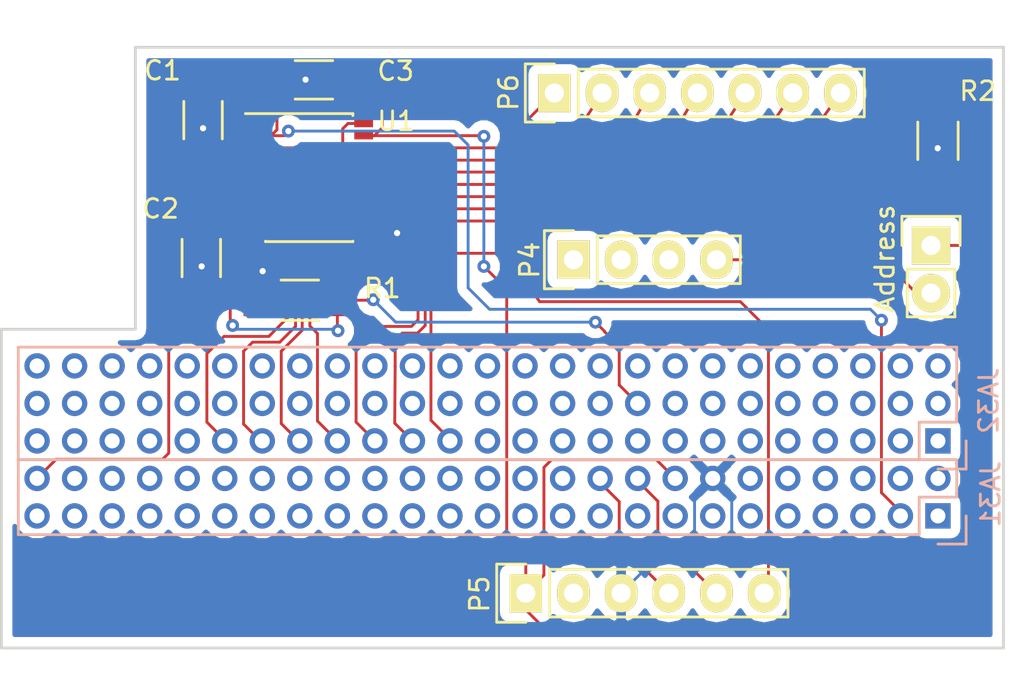
<source format=kicad_pcb>
(kicad_pcb (version 4) (host pcbnew 4.0.4-stable)

  (general
    (links 36)
    (no_connects 0)
    (area 38.024999 39.464266 92.615734 76.105733)
    (thickness 1.6)
    (drawings 6)
    (tracks 238)
    (zones 0)
    (modules 12)
    (nets 139)
  )

  (page A4)
  (layers
    (0 F.Cu signal)
    (31 B.Cu signal)
    (32 B.Adhes user)
    (33 F.Adhes user)
    (34 B.Paste user)
    (35 F.Paste user)
    (36 B.SilkS user)
    (37 F.SilkS user)
    (38 B.Mask user)
    (39 F.Mask user)
    (40 Dwgs.User user)
    (41 Cmts.User user)
    (42 Eco1.User user)
    (43 Eco2.User user)
    (44 Edge.Cuts user)
    (45 Margin user)
    (46 B.CrtYd user)
    (47 F.CrtYd user)
    (48 B.Fab user)
    (49 F.Fab user)
  )

  (setup
    (last_trace_width 0.1524)
    (trace_clearance 0.1524)
    (zone_clearance 0.508)
    (zone_45_only no)
    (trace_min 0.1524)
    (segment_width 0.2)
    (edge_width 0.15)
    (via_size 0.6858)
    (via_drill 0.3302)
    (via_min_size 0.6858)
    (via_min_drill 0.3302)
    (uvia_size 0.3)
    (uvia_drill 0.1)
    (uvias_allowed no)
    (uvia_min_size 0.2)
    (uvia_min_drill 0.1)
    (pcb_text_width 0.3)
    (pcb_text_size 1.5 1.5)
    (mod_edge_width 0.15)
    (mod_text_size 1 1)
    (mod_text_width 0.15)
    (pad_size 1.524 1.524)
    (pad_drill 0.762)
    (pad_to_mask_clearance 0.2)
    (aux_axis_origin 0 0)
    (visible_elements 7FFEFFFF)
    (pcbplotparams
      (layerselection 0x010f0_80000001)
      (usegerberextensions true)
      (excludeedgelayer true)
      (linewidth 0.100000)
      (plotframeref false)
      (viasonmask false)
      (mode 1)
      (useauxorigin false)
      (hpglpennumber 1)
      (hpglpenspeed 20)
      (hpglpendiameter 15)
      (hpglpenoverlay 2)
      (psnegative false)
      (psa4output false)
      (plotreference true)
      (plotvalue false)
      (plotinvisibletext false)
      (padsonsilk false)
      (subtractmaskfromsilk true)
      (outputformat 1)
      (mirror false)
      (drillshape 0)
      (scaleselection 1)
      (outputdirectory gerbers/))
  )

  (net 0 "")
  (net 1 /JET_1V8)
  (net 2 /JET_AMS_1V8)
  (net 3 "Net-(P1-Pad1)")
  (net 4 "Net-(P1-Pad5)")
  (net 5 "Net-(P1-Pad7)")
  (net 6 "Net-(P1-Pad9)")
  (net 7 "Net-(P1-Pad11)")
  (net 8 "Net-(P1-Pad13)")
  (net 9 "Net-(P1-Pad15)")
  (net 10 "Net-(P1-Pad17)")
  (net 11 "Net-(P1-Pad19)")
  (net 12 "Net-(P1-Pad21)")
  (net 13 "Net-(P1-Pad23)")
  (net 14 "Net-(P1-Pad25)")
  (net 15 "Net-(P1-Pad27)")
  (net 16 "Net-(P1-Pad29)")
  (net 17 "Net-(P1-Pad31)")
  (net 18 "Net-(P1-Pad33)")
  (net 19 "Net-(P1-Pad35)")
  (net 20 "Net-(P1-Pad37)")
  (net 21 "Net-(P1-Pad39)")
  (net 22 "Net-(P1-Pad41)")
  (net 23 "Net-(P1-Pad43)")
  (net 24 "Net-(P1-Pad45)")
  (net 25 "Net-(P1-Pad47)")
  (net 26 "Net-(P1-Pad49)")
  (net 27 "Net-(P1-Pad2)")
  (net 28 "Net-(P1-Pad4)")
  (net 29 "Net-(P1-Pad6)")
  (net 30 "Net-(P1-Pad8)")
  (net 31 "Net-(P1-Pad10)")
  (net 32 "Net-(P1-Pad12)")
  (net 33 "Net-(P1-Pad22)")
  (net 34 "Net-(P1-Pad24)")
  (net 35 "Net-(P1-Pad26)")
  (net 36 "Net-(P1-Pad28)")
  (net 37 "Net-(P1-Pad30)")
  (net 38 "Net-(P1-Pad32)")
  (net 39 "Net-(P1-Pad34)")
  (net 40 "Net-(P1-Pad36)")
  (net 41 "Net-(P1-Pad38)")
  (net 42 "Net-(P1-Pad40)")
  (net 43 "Net-(P1-Pad42)")
  (net 44 "Net-(P1-Pad44)")
  (net 45 "Net-(P1-Pad46)")
  (net 46 "Net-(P1-Pad48)")
  (net 47 /JET_GPIO57)
  (net 48 "Net-(P2-Pad1)")
  (net 49 "Net-(P2-Pad3)")
  (net 50 "Net-(P2-Pad5)")
  (net 51 "Net-(P2-Pad7)")
  (net 52 "Net-(P2-Pad9)")
  (net 53 "Net-(P2-Pad11)")
  (net 54 "Net-(P2-Pad13)")
  (net 55 "Net-(P2-Pad15)")
  (net 56 "Net-(P2-Pad17)")
  (net 57 "Net-(P2-Pad19)")
  (net 58 "Net-(P2-Pad21)")
  (net 59 "Net-(P2-Pad23)")
  (net 60 "Net-(P2-Pad25)")
  (net 61 "Net-(P2-Pad27)")
  (net 62 "Net-(P2-Pad29)")
  (net 63 "Net-(P2-Pad31)")
  (net 64 "Net-(P2-Pad33)")
  (net 65 "Net-(P2-Pad35)")
  (net 66 "Net-(P2-Pad37)")
  (net 67 "Net-(P2-Pad39)")
  (net 68 "Net-(P2-Pad41)")
  (net 69 /JET_GPIO161)
  (net 70 "Net-(P2-Pad45)")
  (net 71 "Net-(P2-Pad47)")
  (net 72 /JET_GPIO163)
  (net 73 "Net-(P2-Pad2)")
  (net 74 "Net-(P2-Pad4)")
  (net 75 "Net-(P2-Pad6)")
  (net 76 "Net-(P2-Pad8)")
  (net 77 "Net-(P2-Pad10)")
  (net 78 "Net-(P2-Pad12)")
  (net 79 "Net-(P2-Pad14)")
  (net 80 "Net-(P2-Pad16)")
  (net 81 "Net-(P2-Pad18)")
  (net 82 "Net-(P2-Pad20)")
  (net 83 "Net-(P2-Pad22)")
  (net 84 "Net-(P2-Pad24)")
  (net 85 "Net-(P2-Pad28)")
  (net 86 "Net-(P2-Pad30)")
  (net 87 "Net-(P2-Pad32)")
  (net 88 "Net-(P2-Pad34)")
  (net 89 "Net-(P2-Pad36)")
  (net 90 "Net-(P2-Pad38)")
  (net 91 /JET_GPIO160)
  (net 92 "Net-(P2-Pad42)")
  (net 93 "Net-(P2-Pad44)")
  (net 94 /JET_GPIO162)
  (net 95 "Net-(P2-Pad48)")
  (net 96 "Net-(P2-Pad50)")
  (net 97 /IMU_ADR)
  (net 98 /IMU_RST)
  (net 99 /GPIO160_3V3)
  (net 100 /GPIO161_3V3)
  (net 101 /GPIO162_3V3)
  (net 102 /GPIO163_3V3)
  (net 103 /GPIO164_3V3)
  (net 104 /GPIO165_3V3)
  (net 105 /GPIO166_3V3)
  (net 106 /JET_GPIO164)
  (net 107 /JET_GPIO165)
  (net 108 /JET_GPIO166)
  (net 109 /JET_GND)
  (net 110 /JET_3V3)
  (net 111 /JET_SCL)
  (net 112 /JET_SDA)
  (net 113 "Net-(P4-Pad1)")
  (net 114 "Net-(P4-Pad2)")
  (net 115 "Net-(P4-Pad3)")
  (net 116 "Net-(P5-Pad2)")
  (net 117 "Net-(P2-Pad75)")
  (net 118 "Net-(P2-Pad72)")
  (net 119 "Net-(P2-Pad69)")
  (net 120 "Net-(P2-Pad66)")
  (net 121 "Net-(P2-Pad63)")
  (net 122 "Net-(P2-Pad60)")
  (net 123 "Net-(P2-Pad57)")
  (net 124 "Net-(P2-Pad54)")
  (net 125 "Net-(P2-Pad51)")
  (net 126 "Net-(P2-Pad61)")
  (net 127 "Net-(P2-Pad64)")
  (net 128 "Net-(P2-Pad67)")
  (net 129 "Net-(P2-Pad70)")
  (net 130 "Net-(P2-Pad73)")
  (net 131 "Net-(P2-Pad53)")
  (net 132 "Net-(P2-Pad56)")
  (net 133 "Net-(P2-Pad59)")
  (net 134 "Net-(P2-Pad62)")
  (net 135 "Net-(P2-Pad65)")
  (net 136 "Net-(P2-Pad68)")
  (net 137 "Net-(P2-Pad71)")
  (net 138 "Net-(P2-Pad74)")

  (net_class Default "This is the default net class."
    (clearance 0.1524)
    (trace_width 0.1524)
    (via_dia 0.6858)
    (via_drill 0.3302)
    (uvia_dia 0.3)
    (uvia_drill 0.1)
    (add_net /GPIO160_3V3)
    (add_net /GPIO161_3V3)
    (add_net /GPIO162_3V3)
    (add_net /GPIO163_3V3)
    (add_net /GPIO164_3V3)
    (add_net /GPIO165_3V3)
    (add_net /GPIO166_3V3)
    (add_net /IMU_ADR)
    (add_net /IMU_RST)
    (add_net /JET_1V8)
    (add_net /JET_3V3)
    (add_net /JET_AMS_1V8)
    (add_net /JET_GND)
    (add_net /JET_GPIO160)
    (add_net /JET_GPIO161)
    (add_net /JET_GPIO162)
    (add_net /JET_GPIO163)
    (add_net /JET_GPIO164)
    (add_net /JET_GPIO165)
    (add_net /JET_GPIO166)
    (add_net /JET_GPIO57)
    (add_net /JET_SCL)
    (add_net /JET_SDA)
    (add_net "Net-(P1-Pad1)")
    (add_net "Net-(P1-Pad10)")
    (add_net "Net-(P1-Pad11)")
    (add_net "Net-(P1-Pad12)")
    (add_net "Net-(P1-Pad13)")
    (add_net "Net-(P1-Pad15)")
    (add_net "Net-(P1-Pad17)")
    (add_net "Net-(P1-Pad19)")
    (add_net "Net-(P1-Pad2)")
    (add_net "Net-(P1-Pad21)")
    (add_net "Net-(P1-Pad22)")
    (add_net "Net-(P1-Pad23)")
    (add_net "Net-(P1-Pad24)")
    (add_net "Net-(P1-Pad25)")
    (add_net "Net-(P1-Pad26)")
    (add_net "Net-(P1-Pad27)")
    (add_net "Net-(P1-Pad28)")
    (add_net "Net-(P1-Pad29)")
    (add_net "Net-(P1-Pad30)")
    (add_net "Net-(P1-Pad31)")
    (add_net "Net-(P1-Pad32)")
    (add_net "Net-(P1-Pad33)")
    (add_net "Net-(P1-Pad34)")
    (add_net "Net-(P1-Pad35)")
    (add_net "Net-(P1-Pad36)")
    (add_net "Net-(P1-Pad37)")
    (add_net "Net-(P1-Pad38)")
    (add_net "Net-(P1-Pad39)")
    (add_net "Net-(P1-Pad4)")
    (add_net "Net-(P1-Pad40)")
    (add_net "Net-(P1-Pad41)")
    (add_net "Net-(P1-Pad42)")
    (add_net "Net-(P1-Pad43)")
    (add_net "Net-(P1-Pad44)")
    (add_net "Net-(P1-Pad45)")
    (add_net "Net-(P1-Pad46)")
    (add_net "Net-(P1-Pad47)")
    (add_net "Net-(P1-Pad48)")
    (add_net "Net-(P1-Pad49)")
    (add_net "Net-(P1-Pad5)")
    (add_net "Net-(P1-Pad6)")
    (add_net "Net-(P1-Pad7)")
    (add_net "Net-(P1-Pad8)")
    (add_net "Net-(P1-Pad9)")
    (add_net "Net-(P2-Pad1)")
    (add_net "Net-(P2-Pad10)")
    (add_net "Net-(P2-Pad11)")
    (add_net "Net-(P2-Pad12)")
    (add_net "Net-(P2-Pad13)")
    (add_net "Net-(P2-Pad14)")
    (add_net "Net-(P2-Pad15)")
    (add_net "Net-(P2-Pad16)")
    (add_net "Net-(P2-Pad17)")
    (add_net "Net-(P2-Pad18)")
    (add_net "Net-(P2-Pad19)")
    (add_net "Net-(P2-Pad2)")
    (add_net "Net-(P2-Pad20)")
    (add_net "Net-(P2-Pad21)")
    (add_net "Net-(P2-Pad22)")
    (add_net "Net-(P2-Pad23)")
    (add_net "Net-(P2-Pad24)")
    (add_net "Net-(P2-Pad25)")
    (add_net "Net-(P2-Pad27)")
    (add_net "Net-(P2-Pad28)")
    (add_net "Net-(P2-Pad29)")
    (add_net "Net-(P2-Pad3)")
    (add_net "Net-(P2-Pad30)")
    (add_net "Net-(P2-Pad31)")
    (add_net "Net-(P2-Pad32)")
    (add_net "Net-(P2-Pad33)")
    (add_net "Net-(P2-Pad34)")
    (add_net "Net-(P2-Pad35)")
    (add_net "Net-(P2-Pad36)")
    (add_net "Net-(P2-Pad37)")
    (add_net "Net-(P2-Pad38)")
    (add_net "Net-(P2-Pad39)")
    (add_net "Net-(P2-Pad4)")
    (add_net "Net-(P2-Pad41)")
    (add_net "Net-(P2-Pad42)")
    (add_net "Net-(P2-Pad44)")
    (add_net "Net-(P2-Pad45)")
    (add_net "Net-(P2-Pad47)")
    (add_net "Net-(P2-Pad48)")
    (add_net "Net-(P2-Pad5)")
    (add_net "Net-(P2-Pad50)")
    (add_net "Net-(P2-Pad51)")
    (add_net "Net-(P2-Pad53)")
    (add_net "Net-(P2-Pad54)")
    (add_net "Net-(P2-Pad56)")
    (add_net "Net-(P2-Pad57)")
    (add_net "Net-(P2-Pad59)")
    (add_net "Net-(P2-Pad6)")
    (add_net "Net-(P2-Pad60)")
    (add_net "Net-(P2-Pad61)")
    (add_net "Net-(P2-Pad62)")
    (add_net "Net-(P2-Pad63)")
    (add_net "Net-(P2-Pad64)")
    (add_net "Net-(P2-Pad65)")
    (add_net "Net-(P2-Pad66)")
    (add_net "Net-(P2-Pad67)")
    (add_net "Net-(P2-Pad68)")
    (add_net "Net-(P2-Pad69)")
    (add_net "Net-(P2-Pad7)")
    (add_net "Net-(P2-Pad70)")
    (add_net "Net-(P2-Pad71)")
    (add_net "Net-(P2-Pad72)")
    (add_net "Net-(P2-Pad73)")
    (add_net "Net-(P2-Pad74)")
    (add_net "Net-(P2-Pad75)")
    (add_net "Net-(P2-Pad8)")
    (add_net "Net-(P2-Pad9)")
    (add_net "Net-(P4-Pad1)")
    (add_net "Net-(P4-Pad2)")
    (add_net "Net-(P4-Pad3)")
    (add_net "Net-(P5-Pad2)")
  )

  (net_class Signal ""
    (clearance 0.1524)
    (trace_width 0.254)
    (via_dia 0.6858)
    (via_drill 0.3302)
    (uvia_dia 0.3)
    (uvia_drill 0.1)
  )

  (module Capacitors_SMD:C_1206_HandSoldering (layer F.Cu) (tedit 58152D86) (tstamp 58151F82)
    (at 48.8442 45.8978 270)
    (descr "Capacitor SMD 1206, hand soldering")
    (tags "capacitor 1206")
    (path /580EBFF6)
    (attr smd)
    (fp_text reference C1 (at -2.6416 2.159 360) (layer F.SilkS)
      (effects (font (size 1 1) (thickness 0.15)))
    )
    (fp_text value 0.1u (at 0 2.3 270) (layer F.Fab)
      (effects (font (size 1 1) (thickness 0.15)))
    )
    (fp_line (start -1.6 0.8) (end -1.6 -0.8) (layer F.Fab) (width 0.15))
    (fp_line (start 1.6 0.8) (end -1.6 0.8) (layer F.Fab) (width 0.15))
    (fp_line (start 1.6 -0.8) (end 1.6 0.8) (layer F.Fab) (width 0.15))
    (fp_line (start -1.6 -0.8) (end 1.6 -0.8) (layer F.Fab) (width 0.15))
    (fp_line (start -3.3 -1.15) (end 3.3 -1.15) (layer F.CrtYd) (width 0.05))
    (fp_line (start -3.3 1.15) (end 3.3 1.15) (layer F.CrtYd) (width 0.05))
    (fp_line (start -3.3 -1.15) (end -3.3 1.15) (layer F.CrtYd) (width 0.05))
    (fp_line (start 3.3 -1.15) (end 3.3 1.15) (layer F.CrtYd) (width 0.05))
    (fp_line (start 1 -1.025) (end -1 -1.025) (layer F.SilkS) (width 0.15))
    (fp_line (start -1 1.025) (end 1 1.025) (layer F.SilkS) (width 0.15))
    (pad 1 smd rect (at -2 0 270) (size 2 1.6) (layers F.Cu F.Paste F.Mask)
      (net 1 /JET_1V8))
    (pad 2 smd rect (at 2 0 270) (size 2 1.6) (layers F.Cu F.Paste F.Mask)
      (net 109 /JET_GND))
    (model Capacitors_SMD.3dshapes/C_1206_HandSoldering.wrl
      (at (xyz 0 0 0))
      (scale (xyz 1 1 1))
      (rotate (xyz 0 0 0))
    )
  )

  (module Capacitors_SMD:C_1206_HandSoldering (layer F.Cu) (tedit 58152D7A) (tstamp 58151F88)
    (at 48.75 53.25 270)
    (descr "Capacitor SMD 1206, hand soldering")
    (tags "capacitor 1206")
    (path /580EDCC4)
    (attr smd)
    (fp_text reference C2 (at -2.6278 2.1664 360) (layer F.SilkS)
      (effects (font (size 1 1) (thickness 0.15)))
    )
    (fp_text value 1u (at 0 2.3 270) (layer F.Fab)
      (effects (font (size 1 1) (thickness 0.15)))
    )
    (fp_line (start -1.6 0.8) (end -1.6 -0.8) (layer F.Fab) (width 0.15))
    (fp_line (start 1.6 0.8) (end -1.6 0.8) (layer F.Fab) (width 0.15))
    (fp_line (start 1.6 -0.8) (end 1.6 0.8) (layer F.Fab) (width 0.15))
    (fp_line (start -1.6 -0.8) (end 1.6 -0.8) (layer F.Fab) (width 0.15))
    (fp_line (start -3.3 -1.15) (end 3.3 -1.15) (layer F.CrtYd) (width 0.05))
    (fp_line (start -3.3 1.15) (end 3.3 1.15) (layer F.CrtYd) (width 0.05))
    (fp_line (start -3.3 -1.15) (end -3.3 1.15) (layer F.CrtYd) (width 0.05))
    (fp_line (start 3.3 -1.15) (end 3.3 1.15) (layer F.CrtYd) (width 0.05))
    (fp_line (start 1 -1.025) (end -1 -1.025) (layer F.SilkS) (width 0.15))
    (fp_line (start -1 1.025) (end 1 1.025) (layer F.SilkS) (width 0.15))
    (pad 1 smd rect (at -2 0 270) (size 2 1.6) (layers F.Cu F.Paste F.Mask)
      (net 2 /JET_AMS_1V8))
    (pad 2 smd rect (at 2 0 270) (size 2 1.6) (layers F.Cu F.Paste F.Mask)
      (net 109 /JET_GND))
    (model Capacitors_SMD.3dshapes/C_1206_HandSoldering.wrl
      (at (xyz 0 0 0))
      (scale (xyz 1 1 1))
      (rotate (xyz 0 0 0))
    )
  )

  (module Capacitors_SMD:C_1206_HandSoldering (layer F.Cu) (tedit 58152D8E) (tstamp 58151F8E)
    (at 54.75 43.75 180)
    (descr "Capacitor SMD 1206, hand soldering")
    (tags "capacitor 1206")
    (path /580EBB01)
    (attr smd)
    (fp_text reference C3 (at -4.3558 0.4684 180) (layer F.SilkS)
      (effects (font (size 1 1) (thickness 0.15)))
    )
    (fp_text value 0.1u (at 0 2.3 180) (layer F.Fab)
      (effects (font (size 1 1) (thickness 0.15)))
    )
    (fp_line (start -1.6 0.8) (end -1.6 -0.8) (layer F.Fab) (width 0.15))
    (fp_line (start 1.6 0.8) (end -1.6 0.8) (layer F.Fab) (width 0.15))
    (fp_line (start 1.6 -0.8) (end 1.6 0.8) (layer F.Fab) (width 0.15))
    (fp_line (start -1.6 -0.8) (end 1.6 -0.8) (layer F.Fab) (width 0.15))
    (fp_line (start -3.3 -1.15) (end 3.3 -1.15) (layer F.CrtYd) (width 0.05))
    (fp_line (start -3.3 1.15) (end 3.3 1.15) (layer F.CrtYd) (width 0.05))
    (fp_line (start -3.3 -1.15) (end -3.3 1.15) (layer F.CrtYd) (width 0.05))
    (fp_line (start 3.3 -1.15) (end 3.3 1.15) (layer F.CrtYd) (width 0.05))
    (fp_line (start 1 -1.025) (end -1 -1.025) (layer F.SilkS) (width 0.15))
    (fp_line (start -1 1.025) (end 1 1.025) (layer F.SilkS) (width 0.15))
    (pad 1 smd rect (at -2 0 180) (size 2 1.6) (layers F.Cu F.Paste F.Mask)
      (net 110 /JET_3V3))
    (pad 2 smd rect (at 2 0 180) (size 2 1.6) (layers F.Cu F.Paste F.Mask)
      (net 109 /JET_GND))
    (model Capacitors_SMD.3dshapes/C_1206_HandSoldering.wrl
      (at (xyz 0 0 0))
      (scale (xyz 1 1 1))
      (rotate (xyz 0 0 0))
    )
  )

  (module Pin_Headers:Pin_Header_Straight_2x25_Pitch2.00mm (layer B.Cu) (tedit 5815282E) (tstamp 58151FC4)
    (at 88 67 90)
    (descr "Through hole pin header, 2x25, 2.00mm pitch, double row")
    (tags "pin header double row")
    (path /580D2511)
    (fp_text reference JA31 (at 1.1632 2.805 90) (layer B.SilkS)
      (effects (font (size 1 1) (thickness 0.15)) (justify mirror))
    )
    (fp_text value J3A1 (at 0 3 90) (layer B.Fab)
      (effects (font (size 1 1) (thickness 0.15)) (justify mirror))
    )
    (fp_line (start -1 -1) (end 1 -1) (layer B.SilkS) (width 0.15))
    (fp_line (start 1 -1) (end 1 1) (layer B.SilkS) (width 0.15))
    (fp_line (start 1 1) (end 3 1) (layer B.SilkS) (width 0.15))
    (fp_line (start 3 1) (end 3 -1) (layer B.SilkS) (width 0.15))
    (fp_line (start 3 -1) (end 3 -49) (layer B.SilkS) (width 0.15))
    (fp_line (start 3 -49) (end -1 -49) (layer B.SilkS) (width 0.15))
    (fp_line (start -1 -49) (end -1 -1) (layer B.SilkS) (width 0.15))
    (fp_line (start -1.6 1.6) (end 3.6 1.6) (layer B.CrtYd) (width 0.05))
    (fp_line (start 3.6 1.6) (end 3.6 -49.6) (layer B.CrtYd) (width 0.05))
    (fp_line (start 3.6 -49.6) (end -1.6 -49.6) (layer B.CrtYd) (width 0.05))
    (fp_line (start -1.6 -49.6) (end -1.6 1.6) (layer B.CrtYd) (width 0.05))
    (fp_line (start -1.5 0) (end -1.5 1.5) (layer B.SilkS) (width 0.15))
    (fp_line (start -1.5 1.5) (end 0 1.5) (layer B.SilkS) (width 0.15))
    (pad 1 thru_hole rect (at 0 0 90) (size 1.35 1.35) (drill 0.8) (layers *.Cu *.Mask)
      (net 3 "Net-(P1-Pad1)"))
    (pad 3 thru_hole circle (at 0 -2 90) (size 1.35 1.35) (drill 0.8) (layers *.Cu *.Mask)
      (net 1 /JET_1V8))
    (pad 5 thru_hole circle (at 0 -4 90) (size 1.35 1.35) (drill 0.8) (layers *.Cu *.Mask)
      (net 4 "Net-(P1-Pad5)"))
    (pad 7 thru_hole circle (at 0 -6 90) (size 1.35 1.35) (drill 0.8) (layers *.Cu *.Mask)
      (net 5 "Net-(P1-Pad7)"))
    (pad 9 thru_hole circle (at 0 -8 90) (size 1.35 1.35) (drill 0.8) (layers *.Cu *.Mask)
      (net 6 "Net-(P1-Pad9)"))
    (pad 11 thru_hole circle (at 0 -10 90) (size 1.35 1.35) (drill 0.8) (layers *.Cu *.Mask)
      (net 7 "Net-(P1-Pad11)"))
    (pad 13 thru_hole circle (at 0 -12 90) (size 1.35 1.35) (drill 0.8) (layers *.Cu *.Mask)
      (net 8 "Net-(P1-Pad13)"))
    (pad 15 thru_hole circle (at 0 -14 90) (size 1.35 1.35) (drill 0.8) (layers *.Cu *.Mask)
      (net 9 "Net-(P1-Pad15)"))
    (pad 17 thru_hole circle (at 0 -16 90) (size 1.35 1.35) (drill 0.8) (layers *.Cu *.Mask)
      (net 10 "Net-(P1-Pad17)"))
    (pad 19 thru_hole circle (at 0 -18 90) (size 1.35 1.35) (drill 0.8) (layers *.Cu *.Mask)
      (net 11 "Net-(P1-Pad19)"))
    (pad 21 thru_hole circle (at 0 -20 90) (size 1.35 1.35) (drill 0.8) (layers *.Cu *.Mask)
      (net 12 "Net-(P1-Pad21)"))
    (pad 23 thru_hole circle (at 0 -22 90) (size 1.35 1.35) (drill 0.8) (layers *.Cu *.Mask)
      (net 13 "Net-(P1-Pad23)"))
    (pad 25 thru_hole circle (at 0 -24 90) (size 1.35 1.35) (drill 0.8) (layers *.Cu *.Mask)
      (net 14 "Net-(P1-Pad25)"))
    (pad 27 thru_hole circle (at 0 -26 90) (size 1.35 1.35) (drill 0.8) (layers *.Cu *.Mask)
      (net 15 "Net-(P1-Pad27)"))
    (pad 29 thru_hole circle (at 0 -28 90) (size 1.35 1.35) (drill 0.8) (layers *.Cu *.Mask)
      (net 16 "Net-(P1-Pad29)"))
    (pad 31 thru_hole circle (at 0 -30 90) (size 1.35 1.35) (drill 0.8) (layers *.Cu *.Mask)
      (net 17 "Net-(P1-Pad31)"))
    (pad 33 thru_hole circle (at 0 -32 90) (size 1.35 1.35) (drill 0.8) (layers *.Cu *.Mask)
      (net 18 "Net-(P1-Pad33)"))
    (pad 35 thru_hole circle (at 0 -34 90) (size 1.35 1.35) (drill 0.8) (layers *.Cu *.Mask)
      (net 19 "Net-(P1-Pad35)"))
    (pad 37 thru_hole circle (at 0 -36 90) (size 1.35 1.35) (drill 0.8) (layers *.Cu *.Mask)
      (net 20 "Net-(P1-Pad37)"))
    (pad 39 thru_hole circle (at 0 -38 90) (size 1.35 1.35) (drill 0.8) (layers *.Cu *.Mask)
      (net 21 "Net-(P1-Pad39)"))
    (pad 41 thru_hole circle (at 0 -40 90) (size 1.35 1.35) (drill 0.8) (layers *.Cu *.Mask)
      (net 22 "Net-(P1-Pad41)"))
    (pad 43 thru_hole circle (at 0 -42 90) (size 1.35 1.35) (drill 0.8) (layers *.Cu *.Mask)
      (net 23 "Net-(P1-Pad43)"))
    (pad 45 thru_hole circle (at 0 -44 90) (size 1.35 1.35) (drill 0.8) (layers *.Cu *.Mask)
      (net 24 "Net-(P1-Pad45)"))
    (pad 47 thru_hole circle (at 0 -46 90) (size 1.35 1.35) (drill 0.8) (layers *.Cu *.Mask)
      (net 25 "Net-(P1-Pad47)"))
    (pad 49 thru_hole circle (at 0 -48 90) (size 1.35 1.35) (drill 0.8) (layers *.Cu *.Mask)
      (net 26 "Net-(P1-Pad49)"))
    (pad 2 thru_hole circle (at 2 0 90) (size 1.35 1.35) (drill 0.8) (layers *.Cu *.Mask)
      (net 27 "Net-(P1-Pad2)"))
    (pad 4 thru_hole circle (at 2 -2 90) (size 1.35 1.35) (drill 0.8) (layers *.Cu *.Mask)
      (net 28 "Net-(P1-Pad4)"))
    (pad 6 thru_hole circle (at 2 -4 90) (size 1.35 1.35) (drill 0.8) (layers *.Cu *.Mask)
      (net 29 "Net-(P1-Pad6)"))
    (pad 8 thru_hole circle (at 2 -6 90) (size 1.35 1.35) (drill 0.8) (layers *.Cu *.Mask)
      (net 30 "Net-(P1-Pad8)"))
    (pad 10 thru_hole circle (at 2 -8 90) (size 1.35 1.35) (drill 0.8) (layers *.Cu *.Mask)
      (net 31 "Net-(P1-Pad10)"))
    (pad 12 thru_hole circle (at 2 -10 90) (size 1.35 1.35) (drill 0.8) (layers *.Cu *.Mask)
      (net 32 "Net-(P1-Pad12)"))
    (pad 14 thru_hole circle (at 2 -12 90) (size 1.35 1.35) (drill 0.8) (layers *.Cu *.Mask)
      (net 109 /JET_GND))
    (pad 16 thru_hole circle (at 2 -14 90) (size 1.35 1.35) (drill 0.8) (layers *.Cu *.Mask)
      (net 110 /JET_3V3))
    (pad 18 thru_hole circle (at 2 -16 90) (size 1.35 1.35) (drill 0.8) (layers *.Cu *.Mask)
      (net 111 /JET_SCL))
    (pad 20 thru_hole circle (at 2 -18 90) (size 1.35 1.35) (drill 0.8) (layers *.Cu *.Mask)
      (net 112 /JET_SDA))
    (pad 22 thru_hole circle (at 2 -20 90) (size 1.35 1.35) (drill 0.8) (layers *.Cu *.Mask)
      (net 33 "Net-(P1-Pad22)"))
    (pad 24 thru_hole circle (at 2 -22 90) (size 1.35 1.35) (drill 0.8) (layers *.Cu *.Mask)
      (net 34 "Net-(P1-Pad24)"))
    (pad 26 thru_hole circle (at 2 -24 90) (size 1.35 1.35) (drill 0.8) (layers *.Cu *.Mask)
      (net 35 "Net-(P1-Pad26)"))
    (pad 28 thru_hole circle (at 2 -26 90) (size 1.35 1.35) (drill 0.8) (layers *.Cu *.Mask)
      (net 36 "Net-(P1-Pad28)"))
    (pad 30 thru_hole circle (at 2 -28 90) (size 1.35 1.35) (drill 0.8) (layers *.Cu *.Mask)
      (net 37 "Net-(P1-Pad30)"))
    (pad 32 thru_hole circle (at 2 -30 90) (size 1.35 1.35) (drill 0.8) (layers *.Cu *.Mask)
      (net 38 "Net-(P1-Pad32)"))
    (pad 34 thru_hole circle (at 2 -32 90) (size 1.35 1.35) (drill 0.8) (layers *.Cu *.Mask)
      (net 39 "Net-(P1-Pad34)"))
    (pad 36 thru_hole circle (at 2 -34 90) (size 1.35 1.35) (drill 0.8) (layers *.Cu *.Mask)
      (net 40 "Net-(P1-Pad36)"))
    (pad 38 thru_hole circle (at 2 -36 90) (size 1.35 1.35) (drill 0.8) (layers *.Cu *.Mask)
      (net 41 "Net-(P1-Pad38)"))
    (pad 40 thru_hole circle (at 2 -38 90) (size 1.35 1.35) (drill 0.8) (layers *.Cu *.Mask)
      (net 42 "Net-(P1-Pad40)"))
    (pad 42 thru_hole circle (at 2 -40 90) (size 1.35 1.35) (drill 0.8) (layers *.Cu *.Mask)
      (net 43 "Net-(P1-Pad42)"))
    (pad 44 thru_hole circle (at 2 -42 90) (size 1.35 1.35) (drill 0.8) (layers *.Cu *.Mask)
      (net 44 "Net-(P1-Pad44)"))
    (pad 46 thru_hole circle (at 2 -44 90) (size 1.35 1.35) (drill 0.8) (layers *.Cu *.Mask)
      (net 45 "Net-(P1-Pad46)"))
    (pad 48 thru_hole circle (at 2 -46 90) (size 1.35 1.35) (drill 0.8) (layers *.Cu *.Mask)
      (net 46 "Net-(P1-Pad48)"))
    (pad 50 thru_hole circle (at 2 -48 90) (size 1.35 1.35) (drill 0.8) (layers *.Cu *.Mask)
      (net 47 /JET_GPIO57))
    (model Pin_Headers.3dshapes/Pin_Header_Straight_2x25_Pitch2.00mm.wrl
      (at (xyz 0 0 0))
      (scale (xyz 1 1 1))
      (rotate (xyz 0 0 0))
    )
  )

  (module jetson_imu_footprints:Pin_Header_Straight_3x25_Pitch2.00mm (layer B.Cu) (tedit 58152822) (tstamp 58152017)
    (at 88 63 90)
    (descr "Through hole pin header, 2x25, 2.00mm pitch, double row")
    (tags "pin header double row")
    (path /580D6625)
    (fp_text reference JA32 (at 2.1416 2.7034 90) (layer B.SilkS)
      (effects (font (size 1 1) (thickness 0.15)) (justify mirror))
    )
    (fp_text value J3A2 (at 0 3 90) (layer B.Fab)
      (effects (font (size 1 1) (thickness 0.15)) (justify mirror))
    )
    (fp_line (start 3.6 1.6) (end 5.6 1.6) (layer B.CrtYd) (width 0.05))
    (fp_line (start 3.6 -49.6) (end 5.6 -49.6) (layer B.CrtYd) (width 0.05))
    (fp_line (start 3 -49) (end 5 -49) (layer B.SilkS) (width 0.15))
    (fp_line (start 3 1) (end 5 1) (layer B.SilkS) (width 0.15))
    (fp_line (start -1 -1) (end 1 -1) (layer B.SilkS) (width 0.15))
    (fp_line (start 1 -1) (end 1 1) (layer B.SilkS) (width 0.15))
    (fp_line (start 1 1) (end 3 1) (layer B.SilkS) (width 0.15))
    (fp_line (start 5 1) (end 5 -1) (layer B.SilkS) (width 0.15))
    (fp_line (start 5 -1) (end 5 -49) (layer B.SilkS) (width 0.15))
    (fp_line (start 3 -49) (end -1 -49) (layer B.SilkS) (width 0.15))
    (fp_line (start -1 -49) (end -1 -1) (layer B.SilkS) (width 0.15))
    (fp_line (start -1.6 1.6) (end 3.6 1.6) (layer B.CrtYd) (width 0.05))
    (fp_line (start 5.6 1.6) (end 5.6 -49.6) (layer B.CrtYd) (width 0.05))
    (fp_line (start 3.6 -49.6) (end -1.6 -49.6) (layer B.CrtYd) (width 0.05))
    (fp_line (start -1.6 -49.6) (end -1.6 1.6) (layer B.CrtYd) (width 0.05))
    (fp_line (start -1.5 0) (end -1.5 1.5) (layer B.SilkS) (width 0.15))
    (fp_line (start -1.5 1.5) (end 0 1.5) (layer B.SilkS) (width 0.15))
    (pad 75 thru_hole circle (at 4 -48 90) (size 1.35 1.35) (drill 0.8) (layers *.Cu *.Mask)
      (net 117 "Net-(P2-Pad75)"))
    (pad 72 thru_hole circle (at 4 -46 90) (size 1.35 1.35) (drill 0.8) (layers *.Cu *.Mask)
      (net 118 "Net-(P2-Pad72)"))
    (pad 69 thru_hole circle (at 4 -44 90) (size 1.35 1.35) (drill 0.8) (layers *.Cu *.Mask)
      (net 119 "Net-(P2-Pad69)"))
    (pad 66 thru_hole circle (at 4 -42 90) (size 1.35 1.35) (drill 0.8) (layers *.Cu *.Mask)
      (net 120 "Net-(P2-Pad66)"))
    (pad 63 thru_hole circle (at 4 -40 90) (size 1.35 1.35) (drill 0.8) (layers *.Cu *.Mask)
      (net 121 "Net-(P2-Pad63)"))
    (pad 60 thru_hole circle (at 4 -38 90) (size 1.35 1.35) (drill 0.8) (layers *.Cu *.Mask)
      (net 122 "Net-(P2-Pad60)"))
    (pad 57 thru_hole circle (at 4 -36 90) (size 1.35 1.35) (drill 0.8) (layers *.Cu *.Mask)
      (net 123 "Net-(P2-Pad57)"))
    (pad 54 thru_hole circle (at 4 -34 90) (size 1.35 1.35) (drill 0.8) (layers *.Cu *.Mask)
      (net 124 "Net-(P2-Pad54)"))
    (pad 51 thru_hole circle (at 4 -32 90) (size 1.35 1.35) (drill 0.8) (layers *.Cu *.Mask)
      (net 125 "Net-(P2-Pad51)"))
    (pad 48 thru_hole circle (at 4 -30 90) (size 1.35 1.35) (drill 0.8) (layers *.Cu *.Mask)
      (net 95 "Net-(P2-Pad48)"))
    (pad 45 thru_hole circle (at 4 -28 90) (size 1.35 1.35) (drill 0.8) (layers *.Cu *.Mask)
      (net 70 "Net-(P2-Pad45)"))
    (pad 42 thru_hole circle (at 4 -26 90) (size 1.35 1.35) (drill 0.8) (layers *.Cu *.Mask)
      (net 92 "Net-(P2-Pad42)"))
    (pad 39 thru_hole circle (at 4 -24 90) (size 1.35 1.35) (drill 0.8) (layers *.Cu *.Mask)
      (net 67 "Net-(P2-Pad39)"))
    (pad 36 thru_hole circle (at 4 -22 90) (size 1.35 1.35) (drill 0.8) (layers *.Cu *.Mask)
      (net 89 "Net-(P2-Pad36)"))
    (pad 33 thru_hole circle (at 4 -20 90) (size 1.35 1.35) (drill 0.8) (layers *.Cu *.Mask)
      (net 64 "Net-(P2-Pad33)"))
    (pad 30 thru_hole circle (at 4 -18 90) (size 1.35 1.35) (drill 0.8) (layers *.Cu *.Mask)
      (net 86 "Net-(P2-Pad30)"))
    (pad 27 thru_hole circle (at 4 -16 90) (size 1.35 1.35) (drill 0.8) (layers *.Cu *.Mask)
      (net 61 "Net-(P2-Pad27)"))
    (pad 24 thru_hole circle (at 4 -14 90) (size 1.35 1.35) (drill 0.8) (layers *.Cu *.Mask)
      (net 84 "Net-(P2-Pad24)"))
    (pad 21 thru_hole circle (at 4 -12 90) (size 1.35 1.35) (drill 0.8) (layers *.Cu *.Mask)
      (net 58 "Net-(P2-Pad21)"))
    (pad 18 thru_hole circle (at 4 -10 90) (size 1.35 1.35) (drill 0.8) (layers *.Cu *.Mask)
      (net 81 "Net-(P2-Pad18)"))
    (pad 15 thru_hole circle (at 4 -8 90) (size 1.35 1.35) (drill 0.8) (layers *.Cu *.Mask)
      (net 55 "Net-(P2-Pad15)"))
    (pad 12 thru_hole circle (at 4 -6 90) (size 1.35 1.35) (drill 0.8) (layers *.Cu *.Mask)
      (net 78 "Net-(P2-Pad12)"))
    (pad 9 thru_hole circle (at 4 -4 90) (size 1.35 1.35) (drill 0.8) (layers *.Cu *.Mask)
      (net 52 "Net-(P2-Pad9)"))
    (pad 6 thru_hole circle (at 4 -2 90) (size 1.35 1.35) (drill 0.8) (layers *.Cu *.Mask)
      (net 75 "Net-(P2-Pad6)"))
    (pad 3 thru_hole circle (at 4 0 90) (size 1.35 1.35) (drill 0.8) (layers *.Cu *.Mask)
      (net 49 "Net-(P2-Pad3)"))
    (pad 1 thru_hole rect (at 0 0 90) (size 1.35 1.35) (drill 0.8) (layers *.Cu *.Mask)
      (net 48 "Net-(P2-Pad1)"))
    (pad 4 thru_hole circle (at 0 -2 90) (size 1.35 1.35) (drill 0.8) (layers *.Cu *.Mask)
      (net 74 "Net-(P2-Pad4)"))
    (pad 7 thru_hole circle (at 0 -4 90) (size 1.35 1.35) (drill 0.8) (layers *.Cu *.Mask)
      (net 51 "Net-(P2-Pad7)"))
    (pad 10 thru_hole circle (at 0 -6 90) (size 1.35 1.35) (drill 0.8) (layers *.Cu *.Mask)
      (net 77 "Net-(P2-Pad10)"))
    (pad 13 thru_hole circle (at 0 -8 90) (size 1.35 1.35) (drill 0.8) (layers *.Cu *.Mask)
      (net 54 "Net-(P2-Pad13)"))
    (pad 16 thru_hole circle (at 0 -10 90) (size 1.35 1.35) (drill 0.8) (layers *.Cu *.Mask)
      (net 80 "Net-(P2-Pad16)"))
    (pad 19 thru_hole circle (at 0 -12 90) (size 1.35 1.35) (drill 0.8) (layers *.Cu *.Mask)
      (net 57 "Net-(P2-Pad19)"))
    (pad 22 thru_hole circle (at 0 -14 90) (size 1.35 1.35) (drill 0.8) (layers *.Cu *.Mask)
      (net 83 "Net-(P2-Pad22)"))
    (pad 25 thru_hole circle (at 0 -16 90) (size 1.35 1.35) (drill 0.8) (layers *.Cu *.Mask)
      (net 60 "Net-(P2-Pad25)"))
    (pad 28 thru_hole circle (at 0 -18 90) (size 1.35 1.35) (drill 0.8) (layers *.Cu *.Mask)
      (net 85 "Net-(P2-Pad28)"))
    (pad 31 thru_hole circle (at 0 -20 90) (size 1.35 1.35) (drill 0.8) (layers *.Cu *.Mask)
      (net 63 "Net-(P2-Pad31)"))
    (pad 34 thru_hole circle (at 0 -22 90) (size 1.35 1.35) (drill 0.8) (layers *.Cu *.Mask)
      (net 88 "Net-(P2-Pad34)"))
    (pad 37 thru_hole circle (at 0 -24 90) (size 1.35 1.35) (drill 0.8) (layers *.Cu *.Mask)
      (net 66 "Net-(P2-Pad37)"))
    (pad 40 thru_hole circle (at 0 -26 90) (size 1.35 1.35) (drill 0.8) (layers *.Cu *.Mask)
      (net 91 /JET_GPIO160))
    (pad 43 thru_hole circle (at 0 -28 90) (size 1.35 1.35) (drill 0.8) (layers *.Cu *.Mask)
      (net 69 /JET_GPIO161))
    (pad 46 thru_hole circle (at 0 -30 90) (size 1.35 1.35) (drill 0.8) (layers *.Cu *.Mask)
      (net 94 /JET_GPIO162))
    (pad 49 thru_hole circle (at 0 -32 90) (size 1.35 1.35) (drill 0.8) (layers *.Cu *.Mask)
      (net 72 /JET_GPIO163))
    (pad 52 thru_hole circle (at 0 -34 90) (size 1.35 1.35) (drill 0.8) (layers *.Cu *.Mask)
      (net 106 /JET_GPIO164))
    (pad 55 thru_hole circle (at 0 -36 90) (size 1.35 1.35) (drill 0.8) (layers *.Cu *.Mask)
      (net 107 /JET_GPIO165))
    (pad 58 thru_hole circle (at 0 -38 90) (size 1.35 1.35) (drill 0.8) (layers *.Cu *.Mask)
      (net 108 /JET_GPIO166))
    (pad 61 thru_hole circle (at 0 -40 90) (size 1.35 1.35) (drill 0.8) (layers *.Cu *.Mask)
      (net 126 "Net-(P2-Pad61)"))
    (pad 64 thru_hole circle (at 0 -42 90) (size 1.35 1.35) (drill 0.8) (layers *.Cu *.Mask)
      (net 127 "Net-(P2-Pad64)"))
    (pad 67 thru_hole circle (at 0 -44 90) (size 1.35 1.35) (drill 0.8) (layers *.Cu *.Mask)
      (net 128 "Net-(P2-Pad67)"))
    (pad 70 thru_hole circle (at 0 -46 90) (size 1.35 1.35) (drill 0.8) (layers *.Cu *.Mask)
      (net 129 "Net-(P2-Pad70)"))
    (pad 73 thru_hole circle (at 0 -48 90) (size 1.35 1.35) (drill 0.8) (layers *.Cu *.Mask)
      (net 130 "Net-(P2-Pad73)"))
    (pad 2 thru_hole circle (at 2 0 90) (size 1.35 1.35) (drill 0.8) (layers *.Cu *.Mask)
      (net 73 "Net-(P2-Pad2)"))
    (pad 5 thru_hole circle (at 2 -2 90) (size 1.35 1.35) (drill 0.8) (layers *.Cu *.Mask)
      (net 50 "Net-(P2-Pad5)"))
    (pad 8 thru_hole circle (at 2 -4 90) (size 1.35 1.35) (drill 0.8) (layers *.Cu *.Mask)
      (net 76 "Net-(P2-Pad8)"))
    (pad 11 thru_hole circle (at 2 -6 90) (size 1.35 1.35) (drill 0.8) (layers *.Cu *.Mask)
      (net 53 "Net-(P2-Pad11)"))
    (pad 14 thru_hole circle (at 2 -8 90) (size 1.35 1.35) (drill 0.8) (layers *.Cu *.Mask)
      (net 79 "Net-(P2-Pad14)"))
    (pad 17 thru_hole circle (at 2 -10 90) (size 1.35 1.35) (drill 0.8) (layers *.Cu *.Mask)
      (net 56 "Net-(P2-Pad17)"))
    (pad 20 thru_hole circle (at 2 -12 90) (size 1.35 1.35) (drill 0.8) (layers *.Cu *.Mask)
      (net 82 "Net-(P2-Pad20)"))
    (pad 23 thru_hole circle (at 2 -14 90) (size 1.35 1.35) (drill 0.8) (layers *.Cu *.Mask)
      (net 59 "Net-(P2-Pad23)"))
    (pad 26 thru_hole circle (at 2 -16 90) (size 1.35 1.35) (drill 0.8) (layers *.Cu *.Mask)
      (net 2 /JET_AMS_1V8))
    (pad 29 thru_hole circle (at 2 -18 90) (size 1.35 1.35) (drill 0.8) (layers *.Cu *.Mask)
      (net 62 "Net-(P2-Pad29)"))
    (pad 32 thru_hole circle (at 2 -20 90) (size 1.35 1.35) (drill 0.8) (layers *.Cu *.Mask)
      (net 87 "Net-(P2-Pad32)"))
    (pad 35 thru_hole circle (at 2 -22 90) (size 1.35 1.35) (drill 0.8) (layers *.Cu *.Mask)
      (net 65 "Net-(P2-Pad35)"))
    (pad 38 thru_hole circle (at 2 -24 90) (size 1.35 1.35) (drill 0.8) (layers *.Cu *.Mask)
      (net 90 "Net-(P2-Pad38)"))
    (pad 41 thru_hole circle (at 2 -26 90) (size 1.35 1.35) (drill 0.8) (layers *.Cu *.Mask)
      (net 68 "Net-(P2-Pad41)"))
    (pad 44 thru_hole circle (at 2 -28 90) (size 1.35 1.35) (drill 0.8) (layers *.Cu *.Mask)
      (net 93 "Net-(P2-Pad44)"))
    (pad 47 thru_hole circle (at 2 -30 90) (size 1.35 1.35) (drill 0.8) (layers *.Cu *.Mask)
      (net 71 "Net-(P2-Pad47)"))
    (pad 50 thru_hole circle (at 2 -32 90) (size 1.35 1.35) (drill 0.8) (layers *.Cu *.Mask)
      (net 96 "Net-(P2-Pad50)"))
    (pad 53 thru_hole circle (at 2 -34 90) (size 1.35 1.35) (drill 0.8) (layers *.Cu *.Mask)
      (net 131 "Net-(P2-Pad53)"))
    (pad 56 thru_hole circle (at 2 -36 90) (size 1.35 1.35) (drill 0.8) (layers *.Cu *.Mask)
      (net 132 "Net-(P2-Pad56)"))
    (pad 59 thru_hole circle (at 2 -38 90) (size 1.35 1.35) (drill 0.8) (layers *.Cu *.Mask)
      (net 133 "Net-(P2-Pad59)"))
    (pad 62 thru_hole circle (at 2 -40 90) (size 1.35 1.35) (drill 0.8) (layers *.Cu *.Mask)
      (net 134 "Net-(P2-Pad62)"))
    (pad 65 thru_hole circle (at 2 -42 90) (size 1.35 1.35) (drill 0.8) (layers *.Cu *.Mask)
      (net 135 "Net-(P2-Pad65)"))
    (pad 68 thru_hole circle (at 2 -44 90) (size 1.35 1.35) (drill 0.8) (layers *.Cu *.Mask)
      (net 136 "Net-(P2-Pad68)"))
    (pad 71 thru_hole circle (at 2 -46 90) (size 1.35 1.35) (drill 0.8) (layers *.Cu *.Mask)
      (net 137 "Net-(P2-Pad71)"))
    (pad 74 thru_hole circle (at 2 -48 90) (size 1.35 1.35) (drill 0.8) (layers *.Cu *.Mask)
      (net 138 "Net-(P2-Pad74)"))
    (model Pin_Headers.3dshapes/Pin_Header_Straight_2x25_Pitch2.00mm.wrl
      (at (xyz 0 0 0))
      (scale (xyz 1 1 1))
      (rotate (xyz 0 0 0))
    )
  )

  (module Pin_Headers:Pin_Header_Straight_1x02 (layer F.Cu) (tedit 58152D4F) (tstamp 5815201D)
    (at 87.63 52.578)
    (descr "Through hole pin header")
    (tags "pin header")
    (path /580D713E)
    (fp_text reference Address (at -2.4638 0.7112 90) (layer F.SilkS)
      (effects (font (size 1 1) (thickness 0.15)))
    )
    (fp_text value CONN_01X02 (at 0 -3.1) (layer F.Fab)
      (effects (font (size 1 1) (thickness 0.15)))
    )
    (fp_line (start 1.27 1.27) (end 1.27 3.81) (layer F.SilkS) (width 0.15))
    (fp_line (start 1.55 -1.55) (end 1.55 0) (layer F.SilkS) (width 0.15))
    (fp_line (start -1.75 -1.75) (end -1.75 4.3) (layer F.CrtYd) (width 0.05))
    (fp_line (start 1.75 -1.75) (end 1.75 4.3) (layer F.CrtYd) (width 0.05))
    (fp_line (start -1.75 -1.75) (end 1.75 -1.75) (layer F.CrtYd) (width 0.05))
    (fp_line (start -1.75 4.3) (end 1.75 4.3) (layer F.CrtYd) (width 0.05))
    (fp_line (start 1.27 1.27) (end -1.27 1.27) (layer F.SilkS) (width 0.15))
    (fp_line (start -1.55 0) (end -1.55 -1.55) (layer F.SilkS) (width 0.15))
    (fp_line (start -1.55 -1.55) (end 1.55 -1.55) (layer F.SilkS) (width 0.15))
    (fp_line (start -1.27 1.27) (end -1.27 3.81) (layer F.SilkS) (width 0.15))
    (fp_line (start -1.27 3.81) (end 1.27 3.81) (layer F.SilkS) (width 0.15))
    (pad 1 thru_hole rect (at 0 0) (size 2.032 2.032) (drill 1.016) (layers *.Cu *.Mask F.SilkS)
      (net 110 /JET_3V3))
    (pad 2 thru_hole oval (at 0 2.54) (size 2.032 2.032) (drill 1.016) (layers *.Cu *.Mask F.SilkS)
      (net 97 /IMU_ADR))
    (model Pin_Headers.3dshapes/Pin_Header_Straight_1x02.wrl
      (at (xyz 0 -0.05 0))
      (scale (xyz 1 1 1))
      (rotate (xyz 0 0 90))
    )
  )

  (module Pin_Headers:Pin_Header_Straight_1x04 (layer F.Cu) (tedit 58152D59) (tstamp 58152025)
    (at 68.58 53.34 90)
    (descr "Through hole pin header")
    (tags "pin header")
    (path /580D6719)
    (fp_text reference P4 (at -0.0254 -2.3368 90) (layer F.SilkS)
      (effects (font (size 1 1) (thickness 0.15)))
    )
    (fp_text value CONN_01X04 (at 0 -3.1 90) (layer F.Fab)
      (effects (font (size 1 1) (thickness 0.15)))
    )
    (fp_line (start -1.75 -1.75) (end -1.75 9.4) (layer F.CrtYd) (width 0.05))
    (fp_line (start 1.75 -1.75) (end 1.75 9.4) (layer F.CrtYd) (width 0.05))
    (fp_line (start -1.75 -1.75) (end 1.75 -1.75) (layer F.CrtYd) (width 0.05))
    (fp_line (start -1.75 9.4) (end 1.75 9.4) (layer F.CrtYd) (width 0.05))
    (fp_line (start -1.27 1.27) (end -1.27 8.89) (layer F.SilkS) (width 0.15))
    (fp_line (start 1.27 1.27) (end 1.27 8.89) (layer F.SilkS) (width 0.15))
    (fp_line (start 1.55 -1.55) (end 1.55 0) (layer F.SilkS) (width 0.15))
    (fp_line (start -1.27 8.89) (end 1.27 8.89) (layer F.SilkS) (width 0.15))
    (fp_line (start 1.27 1.27) (end -1.27 1.27) (layer F.SilkS) (width 0.15))
    (fp_line (start -1.55 0) (end -1.55 -1.55) (layer F.SilkS) (width 0.15))
    (fp_line (start -1.55 -1.55) (end 1.55 -1.55) (layer F.SilkS) (width 0.15))
    (pad 1 thru_hole rect (at 0 0 90) (size 2.032 1.7272) (drill 1.016) (layers *.Cu *.Mask F.SilkS)
      (net 113 "Net-(P4-Pad1)"))
    (pad 2 thru_hole oval (at 0 2.54 90) (size 2.032 1.7272) (drill 1.016) (layers *.Cu *.Mask F.SilkS)
      (net 114 "Net-(P4-Pad2)"))
    (pad 3 thru_hole oval (at 0 5.08 90) (size 2.032 1.7272) (drill 1.016) (layers *.Cu *.Mask F.SilkS)
      (net 115 "Net-(P4-Pad3)"))
    (pad 4 thru_hole oval (at 0 7.62 90) (size 2.032 1.7272) (drill 1.016) (layers *.Cu *.Mask F.SilkS)
      (net 97 /IMU_ADR))
    (model Pin_Headers.3dshapes/Pin_Header_Straight_1x04.wrl
      (at (xyz 0 -0.15 0))
      (scale (xyz 1 1 1))
      (rotate (xyz 0 0 90))
    )
  )

  (module Pin_Headers:Pin_Header_Straight_1x06 (layer F.Cu) (tedit 581527DE) (tstamp 5815202F)
    (at 66.04 71.12 90)
    (descr "Through hole pin header")
    (tags "pin header")
    (path /580D6796)
    (fp_text reference P5 (at -0.0508 -2.4638 90) (layer F.SilkS)
      (effects (font (size 1 1) (thickness 0.15)))
    )
    (fp_text value CONN_01X06 (at 0 -3.1 90) (layer F.Fab)
      (effects (font (size 1 1) (thickness 0.15)))
    )
    (fp_line (start -1.75 -1.75) (end -1.75 14.45) (layer F.CrtYd) (width 0.05))
    (fp_line (start 1.75 -1.75) (end 1.75 14.45) (layer F.CrtYd) (width 0.05))
    (fp_line (start -1.75 -1.75) (end 1.75 -1.75) (layer F.CrtYd) (width 0.05))
    (fp_line (start -1.75 14.45) (end 1.75 14.45) (layer F.CrtYd) (width 0.05))
    (fp_line (start 1.27 1.27) (end 1.27 13.97) (layer F.SilkS) (width 0.15))
    (fp_line (start 1.27 13.97) (end -1.27 13.97) (layer F.SilkS) (width 0.15))
    (fp_line (start -1.27 13.97) (end -1.27 1.27) (layer F.SilkS) (width 0.15))
    (fp_line (start 1.55 -1.55) (end 1.55 0) (layer F.SilkS) (width 0.15))
    (fp_line (start 1.27 1.27) (end -1.27 1.27) (layer F.SilkS) (width 0.15))
    (fp_line (start -1.55 0) (end -1.55 -1.55) (layer F.SilkS) (width 0.15))
    (fp_line (start -1.55 -1.55) (end 1.55 -1.55) (layer F.SilkS) (width 0.15))
    (pad 1 thru_hole rect (at 0 0 90) (size 2.032 1.7272) (drill 1.016) (layers *.Cu *.Mask F.SilkS)
      (net 110 /JET_3V3))
    (pad 2 thru_hole oval (at 0 2.54 90) (size 2.032 1.7272) (drill 1.016) (layers *.Cu *.Mask F.SilkS)
      (net 116 "Net-(P5-Pad2)"))
    (pad 3 thru_hole oval (at 0 5.08 90) (size 2.032 1.7272) (drill 1.016) (layers *.Cu *.Mask F.SilkS)
      (net 109 /JET_GND))
    (pad 4 thru_hole oval (at 0 7.62 90) (size 2.032 1.7272) (drill 1.016) (layers *.Cu *.Mask F.SilkS)
      (net 112 /JET_SDA))
    (pad 5 thru_hole oval (at 0 10.16 90) (size 2.032 1.7272) (drill 1.016) (layers *.Cu *.Mask F.SilkS)
      (net 111 /JET_SCL))
    (pad 6 thru_hole oval (at 0 12.7 90) (size 2.032 1.7272) (drill 1.016) (layers *.Cu *.Mask F.SilkS)
      (net 98 /IMU_RST))
    (model Pin_Headers.3dshapes/Pin_Header_Straight_1x06.wrl
      (at (xyz 0 -0.25 0))
      (scale (xyz 1 1 1))
      (rotate (xyz 0 0 90))
    )
  )

  (module Pin_Headers:Pin_Header_Straight_1x07 (layer F.Cu) (tedit 58152D27) (tstamp 5815203A)
    (at 67.564 44.45 90)
    (descr "Through hole pin header")
    (tags "pin header")
    (path /580EDF99)
    (fp_text reference P6 (at 0.0254 -2.4384 90) (layer F.SilkS)
      (effects (font (size 1 1) (thickness 0.15)))
    )
    (fp_text value CONN_01X07 (at 0 -3.1 90) (layer F.Fab)
      (effects (font (size 1 1) (thickness 0.15)))
    )
    (fp_line (start -1.75 -1.75) (end -1.75 17) (layer F.CrtYd) (width 0.05))
    (fp_line (start 1.75 -1.75) (end 1.75 17) (layer F.CrtYd) (width 0.05))
    (fp_line (start -1.75 -1.75) (end 1.75 -1.75) (layer F.CrtYd) (width 0.05))
    (fp_line (start -1.75 17) (end 1.75 17) (layer F.CrtYd) (width 0.05))
    (fp_line (start 1.27 1.27) (end 1.27 16.51) (layer F.SilkS) (width 0.15))
    (fp_line (start 1.27 16.51) (end -1.27 16.51) (layer F.SilkS) (width 0.15))
    (fp_line (start -1.27 16.51) (end -1.27 1.27) (layer F.SilkS) (width 0.15))
    (fp_line (start 1.55 -1.55) (end 1.55 0) (layer F.SilkS) (width 0.15))
    (fp_line (start 1.27 1.27) (end -1.27 1.27) (layer F.SilkS) (width 0.15))
    (fp_line (start -1.55 0) (end -1.55 -1.55) (layer F.SilkS) (width 0.15))
    (fp_line (start -1.55 -1.55) (end 1.55 -1.55) (layer F.SilkS) (width 0.15))
    (pad 1 thru_hole rect (at 0 0 90) (size 2.032 1.7272) (drill 1.016) (layers *.Cu *.Mask F.SilkS)
      (net 99 /GPIO160_3V3))
    (pad 2 thru_hole oval (at 0 2.54 90) (size 2.032 1.7272) (drill 1.016) (layers *.Cu *.Mask F.SilkS)
      (net 100 /GPIO161_3V3))
    (pad 3 thru_hole oval (at 0 5.08 90) (size 2.032 1.7272) (drill 1.016) (layers *.Cu *.Mask F.SilkS)
      (net 101 /GPIO162_3V3))
    (pad 4 thru_hole oval (at 0 7.62 90) (size 2.032 1.7272) (drill 1.016) (layers *.Cu *.Mask F.SilkS)
      (net 102 /GPIO163_3V3))
    (pad 5 thru_hole oval (at 0 10.16 90) (size 2.032 1.7272) (drill 1.016) (layers *.Cu *.Mask F.SilkS)
      (net 103 /GPIO164_3V3))
    (pad 6 thru_hole oval (at 0 12.7 90) (size 2.032 1.7272) (drill 1.016) (layers *.Cu *.Mask F.SilkS)
      (net 104 /GPIO165_3V3))
    (pad 7 thru_hole oval (at 0 15.24 90) (size 2.032 1.7272) (drill 1.016) (layers *.Cu *.Mask F.SilkS)
      (net 105 /GPIO166_3V3))
    (model Pin_Headers.3dshapes/Pin_Header_Straight_1x07.wrl
      (at (xyz 0 -0.3 0))
      (scale (xyz 1 1 1))
      (rotate (xyz 0 0 90))
    )
  )

  (module Resistors_SMD:R_1206_HandSoldering (layer F.Cu) (tedit 58152DAC) (tstamp 58152040)
    (at 54 55.5)
    (descr "Resistor SMD 1206, hand soldering")
    (tags "resistor 1206")
    (path /580EC042)
    (attr smd)
    (fp_text reference R1 (at 4.3946 -0.636) (layer F.SilkS)
      (effects (font (size 1 1) (thickness 0.15)))
    )
    (fp_text value 10K (at 0 2.3) (layer F.Fab)
      (effects (font (size 1 1) (thickness 0.15)))
    )
    (fp_line (start -3.3 -1.2) (end 3.3 -1.2) (layer F.CrtYd) (width 0.05))
    (fp_line (start -3.3 1.2) (end 3.3 1.2) (layer F.CrtYd) (width 0.05))
    (fp_line (start -3.3 -1.2) (end -3.3 1.2) (layer F.CrtYd) (width 0.05))
    (fp_line (start 3.3 -1.2) (end 3.3 1.2) (layer F.CrtYd) (width 0.05))
    (fp_line (start 1 1.075) (end -1 1.075) (layer F.SilkS) (width 0.15))
    (fp_line (start -1 -1.075) (end 1 -1.075) (layer F.SilkS) (width 0.15))
    (pad 1 smd rect (at -2 0) (size 2 1.7) (layers F.Cu F.Paste F.Mask)
      (net 109 /JET_GND))
    (pad 2 smd rect (at 2 0) (size 2 1.7) (layers F.Cu F.Paste F.Mask)
      (net 2 /JET_AMS_1V8))
    (model Resistors_SMD.3dshapes/R_1206_HandSoldering.wrl
      (at (xyz 0 0 0))
      (scale (xyz 1 1 1))
      (rotate (xyz 0 0 0))
    )
  )

  (module Resistors_SMD:R_1206_HandSoldering (layer F.Cu) (tedit 58152D44) (tstamp 58152046)
    (at 88 47 90)
    (descr "Resistor SMD 1206, hand soldering")
    (tags "resistor 1206")
    (path /580D7259)
    (attr smd)
    (fp_text reference R2 (at 2.6516 2.1192 180) (layer F.SilkS)
      (effects (font (size 1 1) (thickness 0.15)))
    )
    (fp_text value 10K (at 0 2.3 90) (layer F.Fab)
      (effects (font (size 1 1) (thickness 0.15)))
    )
    (fp_line (start -3.3 -1.2) (end 3.3 -1.2) (layer F.CrtYd) (width 0.05))
    (fp_line (start -3.3 1.2) (end 3.3 1.2) (layer F.CrtYd) (width 0.05))
    (fp_line (start -3.3 -1.2) (end -3.3 1.2) (layer F.CrtYd) (width 0.05))
    (fp_line (start 3.3 -1.2) (end 3.3 1.2) (layer F.CrtYd) (width 0.05))
    (fp_line (start 1 1.075) (end -1 1.075) (layer F.SilkS) (width 0.15))
    (fp_line (start -1 -1.075) (end 1 -1.075) (layer F.SilkS) (width 0.15))
    (pad 1 smd rect (at -2 0 90) (size 2 1.7) (layers F.Cu F.Paste F.Mask)
      (net 109 /JET_GND))
    (pad 2 smd rect (at 2 0 90) (size 2 1.7) (layers F.Cu F.Paste F.Mask)
      (net 97 /IMU_ADR))
    (model Resistors_SMD.3dshapes/R_1206_HandSoldering.wrl
      (at (xyz 0 0 0))
      (scale (xyz 1 1 1))
      (rotate (xyz 0 0 0))
    )
  )

  (module Housings_SSOP:SSOP-20_4.4x6.5mm_Pitch0.65mm (layer F.Cu) (tedit 58152D9B) (tstamp 5815205E)
    (at 54.5 49)
    (descr "SSOP20: plastic shrink small outline package; 20 leads; body width 4.4 mm; (see NXP SSOP-TSSOP-VSO-REFLOW.pdf and sot266-1_po.pdf)")
    (tags "SSOP 0.65")
    (path /580EBA2D)
    (attr smd)
    (fp_text reference U1 (at 4.6312 -3.0514) (layer F.SilkS)
      (effects (font (size 1 1) (thickness 0.15)))
    )
    (fp_text value TXB0108 (at 0 4.3) (layer F.Fab)
      (effects (font (size 1 1) (thickness 0.15)))
    )
    (fp_line (start -1.2 -3.25) (end 2.2 -3.25) (layer F.Fab) (width 0.15))
    (fp_line (start 2.2 -3.25) (end 2.2 3.25) (layer F.Fab) (width 0.15))
    (fp_line (start 2.2 3.25) (end -2.2 3.25) (layer F.Fab) (width 0.15))
    (fp_line (start -2.2 3.25) (end -2.2 -2.25) (layer F.Fab) (width 0.15))
    (fp_line (start -2.2 -2.25) (end -1.2 -3.25) (layer F.Fab) (width 0.15))
    (fp_line (start -3.65 -3.55) (end -3.65 3.55) (layer F.CrtYd) (width 0.05))
    (fp_line (start 3.65 -3.55) (end 3.65 3.55) (layer F.CrtYd) (width 0.05))
    (fp_line (start -3.65 -3.55) (end 3.65 -3.55) (layer F.CrtYd) (width 0.05))
    (fp_line (start -3.65 3.55) (end 3.65 3.55) (layer F.CrtYd) (width 0.05))
    (fp_line (start 2.325 -3.45) (end 2.325 -3.35) (layer F.SilkS) (width 0.15))
    (fp_line (start 2.325 3.375) (end 2.325 3.35) (layer F.SilkS) (width 0.15))
    (fp_line (start -2.325 3.375) (end -2.325 3.35) (layer F.SilkS) (width 0.15))
    (fp_line (start -3.4 -3.45) (end 2.325 -3.45) (layer F.SilkS) (width 0.15))
    (fp_line (start -2.325 3.375) (end 2.325 3.375) (layer F.SilkS) (width 0.15))
    (pad 1 smd rect (at -2.9 -2.925) (size 1 0.4) (layers F.Cu F.Paste F.Mask)
      (net 47 /JET_GPIO57))
    (pad 2 smd rect (at -2.9 -2.275) (size 1 0.4) (layers F.Cu F.Paste F.Mask)
      (net 1 /JET_1V8))
    (pad 3 smd rect (at -2.9 -1.625) (size 1 0.4) (layers F.Cu F.Paste F.Mask)
      (net 91 /JET_GPIO160))
    (pad 4 smd rect (at -2.9 -0.975) (size 1 0.4) (layers F.Cu F.Paste F.Mask)
      (net 69 /JET_GPIO161))
    (pad 5 smd rect (at -2.9 -0.325) (size 1 0.4) (layers F.Cu F.Paste F.Mask)
      (net 94 /JET_GPIO162))
    (pad 6 smd rect (at -2.9 0.325) (size 1 0.4) (layers F.Cu F.Paste F.Mask)
      (net 72 /JET_GPIO163))
    (pad 7 smd rect (at -2.9 0.975) (size 1 0.4) (layers F.Cu F.Paste F.Mask)
      (net 106 /JET_GPIO164))
    (pad 8 smd rect (at -2.9 1.625) (size 1 0.4) (layers F.Cu F.Paste F.Mask)
      (net 107 /JET_GPIO165))
    (pad 9 smd rect (at -2.9 2.275) (size 1 0.4) (layers F.Cu F.Paste F.Mask)
      (net 108 /JET_GPIO166))
    (pad 10 smd rect (at -2.9 2.925) (size 1 0.4) (layers F.Cu F.Paste F.Mask)
      (net 2 /JET_AMS_1V8))
    (pad 11 smd rect (at 2.9 2.925) (size 1 0.4) (layers F.Cu F.Paste F.Mask)
      (net 109 /JET_GND))
    (pad 12 smd rect (at 2.9 2.275) (size 1 0.4) (layers F.Cu F.Paste F.Mask)
      (net 105 /GPIO166_3V3))
    (pad 13 smd rect (at 2.9 1.625) (size 1 0.4) (layers F.Cu F.Paste F.Mask)
      (net 104 /GPIO165_3V3))
    (pad 14 smd rect (at 2.9 0.975) (size 1 0.4) (layers F.Cu F.Paste F.Mask)
      (net 103 /GPIO164_3V3))
    (pad 15 smd rect (at 2.9 0.325) (size 1 0.4) (layers F.Cu F.Paste F.Mask)
      (net 102 /GPIO163_3V3))
    (pad 16 smd rect (at 2.9 -0.325) (size 1 0.4) (layers F.Cu F.Paste F.Mask)
      (net 101 /GPIO162_3V3))
    (pad 17 smd rect (at 2.9 -0.975) (size 1 0.4) (layers F.Cu F.Paste F.Mask)
      (net 100 /GPIO161_3V3))
    (pad 18 smd rect (at 2.9 -1.625) (size 1 0.4) (layers F.Cu F.Paste F.Mask)
      (net 99 /GPIO160_3V3))
    (pad 19 smd rect (at 2.9 -2.275) (size 1 0.4) (layers F.Cu F.Paste F.Mask)
      (net 110 /JET_3V3))
    (pad 20 smd rect (at 2.9 -2.925) (size 1 0.4) (layers F.Cu F.Paste F.Mask)
      (net 98 /IMU_RST))
    (model Housings_SSOP.3dshapes/SSOP-20_4.4x6.5mm_Pitch0.65mm.wrl
      (at (xyz 0 0 0))
      (scale (xyz 1 1 1))
      (rotate (xyz 0 0 0))
    )
  )

  (gr_line (start 38.1 74.041) (end 38.1 57.0484) (angle 90) (layer Edge.Cuts) (width 0.15))
  (gr_line (start 91.4908 74.041) (end 38.1 74.041) (angle 90) (layer Edge.Cuts) (width 0.15))
  (gr_line (start 91.4908 42.0116) (end 91.4908 74.041) (angle 90) (layer Edge.Cuts) (width 0.15))
  (gr_line (start 45.2374 42.0116) (end 91.4908 42.0116) (angle 90) (layer Edge.Cuts) (width 0.15))
  (gr_line (start 45.2374 57.0484) (end 45.2374 42.0116) (angle 90) (layer Edge.Cuts) (width 0.15))
  (gr_line (start 38.1 57.0484) (end 45.2374 57.0484) (angle 90) (layer Edge.Cuts) (width 0.15))

  (segment (start 86 67) (end 86 66.7722) (width 0.1524) (layer F.Cu) (net 1))
  (segment (start 86 66.7722) (end 84.9884 65.7606) (width 0.1524) (layer F.Cu) (net 1) (tstamp 581527F2))
  (segment (start 84.9884 65.7606) (end 84.9884 56.5658) (width 0.1524) (layer F.Cu) (net 1) (tstamp 581527F3))
  (via (at 84.9884 56.5658) (size 0.6858) (drill 0.3302) (layers F.Cu B.Cu) (net 1))
  (segment (start 84.9884 56.5658) (end 84.4042 55.9816) (width 0.1524) (layer B.Cu) (net 1) (tstamp 581527F6))
  (segment (start 84.4042 55.9816) (end 64.1096 55.9816) (width 0.1524) (layer B.Cu) (net 1) (tstamp 581527F7))
  (segment (start 64.1096 55.9816) (end 62.9666 54.8386) (width 0.1524) (layer B.Cu) (net 1) (tstamp 581527F8))
  (segment (start 62.9666 54.8386) (end 62.9666 47.2186) (width 0.1524) (layer B.Cu) (net 1) (tstamp 581527F9))
  (segment (start 62.9666 47.2186) (end 62.23 46.482) (width 0.1524) (layer B.Cu) (net 1) (tstamp 581527FB))
  (segment (start 62.23 46.482) (end 53.3908 46.482) (width 0.1524) (layer B.Cu) (net 1) (tstamp 581527FC))
  (via (at 53.3908 46.482) (size 0.6858) (drill 0.3302) (layers F.Cu B.Cu) (net 1))
  (segment (start 53.3908 46.482) (end 53.1478 46.725) (width 0.1524) (layer F.Cu) (net 1) (tstamp 58152800))
  (segment (start 53.1478 46.725) (end 51.6 46.725) (width 0.1524) (layer F.Cu) (net 1) (tstamp 58152801))
  (segment (start 51.6 46.725) (end 52.4654 46.725) (width 0.1524) (layer F.Cu) (net 1))
  (segment (start 50.1076 45.1612) (end 48.8442 43.8978) (width 0.1524) (layer F.Cu) (net 1) (tstamp 58152728))
  (segment (start 52.1462 45.1612) (end 50.1076 45.1612) (width 0.1524) (layer F.Cu) (net 1) (tstamp 58152726))
  (segment (start 52.7812 45.7962) (end 52.1462 45.1612) (width 0.1524) (layer F.Cu) (net 1) (tstamp 58152724))
  (segment (start 52.7812 46.4092) (end 52.7812 45.7962) (width 0.1524) (layer F.Cu) (net 1) (tstamp 58152723))
  (segment (start 52.4654 46.725) (end 52.7812 46.4092) (width 0.1524) (layer F.Cu) (net 1) (tstamp 58152722))
  (segment (start 56 55.5) (end 56 57.0922) (width 0.1524) (layer F.Cu) (net 2))
  (segment (start 50.292 53.233) (end 51.6 51.925) (width 0.1524) (layer F.Cu) (net 2) (tstamp 58152846))
  (segment (start 50.292 56.7182) (end 50.292 53.233) (width 0.1524) (layer F.Cu) (net 2) (tstamp 58152845))
  (segment (start 50.419 56.8452) (end 50.292 56.7182) (width 0.1524) (layer F.Cu) (net 2) (tstamp 58152844))
  (via (at 50.419 56.8452) (size 0.6858) (drill 0.3302) (layers F.Cu B.Cu) (net 2))
  (segment (start 50.6222 57.0484) (end 50.419 56.8452) (width 0.1524) (layer B.Cu) (net 2) (tstamp 58152842))
  (segment (start 55.9562 57.0484) (end 50.6222 57.0484) (width 0.1524) (layer B.Cu) (net 2) (tstamp 58152841))
  (segment (start 56.0324 57.1246) (end 55.9562 57.0484) (width 0.1524) (layer B.Cu) (net 2) (tstamp 58152840))
  (via (at 56.0324 57.1246) (size 0.6858) (drill 0.3302) (layers F.Cu B.Cu) (net 2))
  (segment (start 56 57.0922) (end 56.0324 57.1246) (width 0.1524) (layer F.Cu) (net 2) (tstamp 5815283E))
  (segment (start 56 55.5) (end 57.8856 55.5) (width 0.1524) (layer F.Cu) (net 2))
  (segment (start 71.0184 60.0184) (end 72 61) (width 0.1524) (layer F.Cu) (net 2) (tstamp 581527EE))
  (segment (start 71.0184 57.9628) (end 71.0184 60.0184) (width 0.1524) (layer F.Cu) (net 2) (tstamp 581527EC))
  (segment (start 70.231 57.1754) (end 71.0184 57.9628) (width 0.1524) (layer F.Cu) (net 2) (tstamp 581527EB))
  (segment (start 70.231 57.15) (end 70.231 57.1754) (width 0.1524) (layer F.Cu) (net 2) (tstamp 581527EA))
  (segment (start 69.7484 56.6674) (end 70.231 57.15) (width 0.1524) (layer F.Cu) (net 2) (tstamp 581527E9))
  (via (at 69.7484 56.6674) (size 0.6858) (drill 0.3302) (layers F.Cu B.Cu) (net 2))
  (segment (start 59.1058 56.6674) (end 69.7484 56.6674) (width 0.1524) (layer B.Cu) (net 2) (tstamp 581527E6))
  (segment (start 57.912 55.4736) (end 59.1058 56.6674) (width 0.1524) (layer B.Cu) (net 2) (tstamp 581527E5))
  (via (at 57.912 55.4736) (size 0.6858) (drill 0.3302) (layers F.Cu B.Cu) (net 2))
  (segment (start 57.8856 55.5) (end 57.912 55.4736) (width 0.1524) (layer F.Cu) (net 2) (tstamp 581527E3))
  (segment (start 56 55.5) (end 56 56.1918) (width 0.1524) (layer F.Cu) (net 2))
  (segment (start 51.6 51.925) (end 51.6 52.108) (width 0.1524) (layer F.Cu) (net 2))
  (segment (start 48.75 51.25) (end 49.8022 51.25) (width 0.1524) (layer F.Cu) (net 2))
  (segment (start 49.8022 51.25) (end 50.4772 51.925) (width 0.1524) (layer F.Cu) (net 2) (tstamp 581526E8))
  (segment (start 50.4772 51.925) (end 51.6 51.925) (width 0.1524) (layer F.Cu) (net 2) (tstamp 581526EA))
  (segment (start 51.6 46.075) (end 51.0038 46.075) (width 0.1524) (layer F.Cu) (net 47))
  (segment (start 41.0174 63.9826) (end 40 65) (width 0.1524) (layer F.Cu) (net 47) (tstamp 5815273F))
  (segment (start 46.6852 63.9826) (end 41.0174 63.9826) (width 0.1524) (layer F.Cu) (net 47) (tstamp 5815273E))
  (segment (start 47.0154 63.6524) (end 46.6852 63.9826) (width 0.1524) (layer F.Cu) (net 47) (tstamp 5815273D))
  (segment (start 47.0154 50.1904) (end 47.0154 63.6524) (width 0.1524) (layer F.Cu) (net 47) (tstamp 5815273B))
  (segment (start 47.6758 49.53) (end 47.0154 50.1904) (width 0.1524) (layer F.Cu) (net 47) (tstamp 58152739))
  (segment (start 49.784 49.53) (end 47.6758 49.53) (width 0.1524) (layer F.Cu) (net 47) (tstamp 58152737))
  (segment (start 50.419 48.895) (end 49.784 49.53) (width 0.1524) (layer F.Cu) (net 47) (tstamp 58152735))
  (segment (start 50.419 46.6598) (end 50.419 48.895) (width 0.1524) (layer F.Cu) (net 47) (tstamp 58152734))
  (segment (start 51.0038 46.075) (end 50.419 46.6598) (width 0.1524) (layer F.Cu) (net 47) (tstamp 58152733))
  (segment (start 59.0804 57.6834) (end 59.0804 57.6326) (width 0.1524) (layer F.Cu) (net 69))
  (segment (start 58.1914 53.7464) (end 56.8452 53.7464) (width 0.1524) (layer F.Cu) (net 69) (tstamp 581526E4))
  (segment (start 54.502 48.025) (end 51.6 48.025) (width 0.1524) (layer F.Cu) (net 69))
  (segment (start 56.5404 53.7464) (end 56.8452 53.7464) (width 0.1524) (layer F.Cu) (net 69) (tstamp 581526B9))
  (segment (start 55.3974 52.6034) (end 56.5404 53.7464) (width 0.1524) (layer F.Cu) (net 69) (tstamp 581526B7))
  (segment (start 55.3974 48.9204) (end 55.3974 52.6034) (width 0.1524) (layer F.Cu) (net 69) (tstamp 581526B6))
  (segment (start 54.502 48.025) (end 55.3974 48.9204) (width 0.1524) (layer F.Cu) (net 69) (tstamp 581526B5))
  (segment (start 60.1218 53.7464) (end 58.1914 53.7464) (width 0.1524) (layer F.Cu) (net 69) (tstamp 581527CB))
  (segment (start 60.680598 54.305198) (end 60.1218 53.7464) (width 0.1524) (layer F.Cu) (net 69) (tstamp 581527CA))
  (segment (start 60.680598 56.8452) (end 60.680598 54.305198) (width 0.1524) (layer F.Cu) (net 69) (tstamp 581527C9))
  (segment (start 60.274198 57.2516) (end 60.680598 56.8452) (width 0.1524) (layer F.Cu) (net 69) (tstamp 581527C8))
  (segment (start 59.4614 57.2516) (end 60.274198 57.2516) (width 0.1524) (layer F.Cu) (net 69) (tstamp 581527C7))
  (segment (start 59.0804 57.6326) (end 59.4614 57.2516) (width 0.1524) (layer F.Cu) (net 69) (tstamp 581527C6))
  (segment (start 59.0804 59.0296) (end 59.0804 57.6834) (width 0.1524) (layer F.Cu) (net 69))
  (segment (start 59.0804 57.6834) (end 59.0804 57.658) (width 0.1524) (layer F.Cu) (net 69) (tstamp 581527C4))
  (segment (start 59.055 62.055) (end 60 63) (width 0.1524) (layer F.Cu) (net 69) (tstamp 581526BE))
  (segment (start 59.0804 59.0042) (end 59.0804 59.0296) (width 0.1524) (layer F.Cu) (net 69) (tstamp 581526BC))
  (segment (start 59.0804 59.0296) (end 59.055 62.055) (width 0.1524) (layer F.Cu) (net 69) (tstamp 581526E1))
  (segment (start 51.6 49.325) (end 53.897 49.325) (width 0.1524) (layer F.Cu) (net 72))
  (segment (start 54.9402 61.9402) (end 56 63) (width 0.1524) (layer F.Cu) (net 72) (tstamp 5815280A))
  (segment (start 54.9402 57.277) (end 54.9402 61.9402) (width 0.1524) (layer F.Cu) (net 72) (tstamp 58152809))
  (segment (start 54.5338 56.8706) (end 54.9402 57.277) (width 0.1524) (layer F.Cu) (net 72) (tstamp 58152808))
  (segment (start 54.5338 49.9618) (end 54.5338 56.8706) (width 0.1524) (layer F.Cu) (net 72) (tstamp 58152806))
  (segment (start 53.897 49.325) (end 54.5338 49.9618) (width 0.1524) (layer F.Cu) (net 72) (tstamp 58152805))
  (segment (start 62 63) (end 62 62.9144) (width 0.1524) (layer F.Cu) (net 91))
  (segment (start 62 62.9144) (end 60.9854 61.8998) (width 0.1524) (layer F.Cu) (net 91) (tstamp 581526A4))
  (segment (start 60.9854 61.8998) (end 60.9854 54.0512) (width 0.1524) (layer F.Cu) (net 91) (tstamp 581526A5))
  (segment (start 60.9854 54.0512) (end 60.2488 53.3146) (width 0.1524) (layer F.Cu) (net 91) (tstamp 581526A7))
  (segment (start 60.2488 53.3146) (end 56.6928 53.3146) (width 0.1524) (layer F.Cu) (net 91) (tstamp 581526A9))
  (segment (start 56.6928 53.3146) (end 55.8546 52.4764) (width 0.1524) (layer F.Cu) (net 91) (tstamp 581526AB))
  (segment (start 55.8546 52.4764) (end 55.8546 48.514) (width 0.1524) (layer F.Cu) (net 91) (tstamp 581526AD))
  (segment (start 55.8546 48.514) (end 54.7156 47.375) (width 0.1524) (layer F.Cu) (net 91) (tstamp 581526AF))
  (segment (start 54.7156 47.375) (end 51.6 47.375) (width 0.1524) (layer F.Cu) (net 91) (tstamp 581526B1))
  (segment (start 57.5564 54.1528) (end 59.994796 54.1528) (width 0.1524) (layer F.Cu) (net 94))
  (segment (start 54.0852 48.675) (end 54.8894 49.4792) (width 0.1524) (layer F.Cu) (net 94) (tstamp 581526EE))
  (segment (start 54.8894 49.4792) (end 54.8894 52.9336) (width 0.1524) (layer F.Cu) (net 94) (tstamp 581526EF))
  (segment (start 54.8894 52.9336) (end 56.1086 54.1528) (width 0.1524) (layer F.Cu) (net 94) (tstamp 581526F0))
  (segment (start 56.1086 54.1528) (end 57.5564 54.1528) (width 0.1524) (layer F.Cu) (net 94) (tstamp 581526F2))
  (segment (start 51.6 48.675) (end 54.0852 48.675) (width 0.1524) (layer F.Cu) (net 94))
  (segment (start 57.7342 56.896) (end 56.9976 57.6326) (width 0.1524) (layer F.Cu) (net 94) (tstamp 581527D2))
  (segment (start 59.944 56.896) (end 57.7342 56.896) (width 0.1524) (layer F.Cu) (net 94) (tstamp 581527D1))
  (segment (start 60.2996 56.5404) (end 59.944 56.896) (width 0.1524) (layer F.Cu) (net 94) (tstamp 581527D0))
  (segment (start 60.2996 54.457604) (end 60.2996 56.5404) (width 0.1524) (layer F.Cu) (net 94) (tstamp 581527CF))
  (segment (start 59.994796 54.1528) (end 60.2996 54.457604) (width 0.1524) (layer F.Cu) (net 94) (tstamp 581527CE))
  (segment (start 56.9976 57.6326) (end 56.9976 57.7088) (width 0.1524) (layer F.Cu) (net 94) (tstamp 581527D4))
  (segment (start 56.9976 57.7088) (end 56.9722 57.7342) (width 0.1524) (layer F.Cu) (net 94) (tstamp 581527D5))
  (segment (start 56.9722 57.7342) (end 56.9976 57.7342) (width 0.1524) (layer F.Cu) (net 94) (tstamp 581527D7))
  (segment (start 56.9976 61.9976) (end 58 63) (width 0.1524) (layer F.Cu) (net 94) (tstamp 581526FA))
  (segment (start 56.9976 57.6326) (end 56.9976 57.7342) (width 0.1524) (layer F.Cu) (net 94) (tstamp 581526F8))
  (segment (start 56.9976 57.7342) (end 56.9976 61.9976) (width 0.1524) (layer F.Cu) (net 94) (tstamp 581527D8))
  (segment (start 76.2 53.34) (end 83.947 53.34) (width 0.1524) (layer F.Cu) (net 97))
  (segment (start 83.947 53.34) (end 85.09 52.197) (width 0.1524) (layer F.Cu) (net 97) (tstamp 581529F4))
  (segment (start 87.63 55.118) (end 86.8426 55.118) (width 0.1524) (layer F.Cu) (net 97))
  (segment (start 86.8426 55.118) (end 85.09 53.3654) (width 0.1524) (layer F.Cu) (net 97) (tstamp 581529EB))
  (segment (start 85.09 53.3654) (end 85.09 53.34) (width 0.1524) (layer F.Cu) (net 97) (tstamp 581529ED))
  (segment (start 85.09 53.34) (end 85.09 52.197) (width 0.1524) (layer F.Cu) (net 97) (tstamp 5815261C))
  (segment (start 85.09 52.197) (end 85.09 48.514) (width 0.1524) (layer F.Cu) (net 97) (tstamp 581529F8))
  (segment (start 85.09 48.514) (end 88 45.604) (width 0.1524) (layer F.Cu) (net 97) (tstamp 5815261D))
  (segment (start 88 45.604) (end 88 45) (width 0.1524) (layer F.Cu) (net 97) (tstamp 5815261E))
  (segment (start 56.8833 52.9971) (end 56.769 52.8828) (width 0.1524) (layer F.Cu) (net 98))
  (segment (start 56.5664 46.075) (end 56.2864 46.355) (width 0.1524) (layer F.Cu) (net 98) (tstamp 5815268E))
  (segment (start 56.2864 46.355) (end 56.2864 46.8884) (width 0.1524) (layer F.Cu) (net 98) (tstamp 5815268F))
  (segment (start 78.9686 70.8914) (end 78.9686 57.0738) (width 0.1524) (layer F.Cu) (net 98) (tstamp 58152682))
  (segment (start 77.47 55.5752) (end 78.9686 57.0738) (width 0.1524) (layer F.Cu) (net 98) (tstamp 58152680))
  (segment (start 66.7766 55.5752) (end 77.47 55.5752) (width 0.1524) (layer F.Cu) (net 98) (tstamp 5815267E))
  (segment (start 64.9351 52.9971) (end 66.7766 55.5752) (width 0.1524) (layer F.Cu) (net 98) (tstamp 5815267C))
  (segment (start 56.8833 52.9971) (end 64.9351 52.9971) (width 0.1524) (layer F.Cu) (net 98) (tstamp 5815267A))
  (segment (start 56.2864 46.8884) (end 56.2864 52.4002) (width 0.1524) (layer F.Cu) (net 98) (tstamp 58152676))
  (segment (start 56.5664 46.075) (end 57.4 46.075) (width 0.1524) (layer F.Cu) (net 98))
  (segment (start 56.769 52.8828) (end 56.2864 52.4002) (width 0.1524) (layer F.Cu) (net 98) (tstamp 5815269C))
  (segment (start 78.9686 70.8914) (end 78.74 71.12) (width 0.1524) (layer F.Cu) (net 98) (tstamp 58152684))
  (segment (start 57.4 47.375) (end 64.639 47.375) (width 0.1524) (layer F.Cu) (net 99))
  (segment (start 64.639 47.375) (end 67.564 44.45) (width 0.1524) (layer F.Cu) (net 99) (tstamp 58152656))
  (segment (start 57.4 48.025) (end 58.82 48.025) (width 0.1524) (layer F.Cu) (net 100) (status 400000))
  (segment (start 58.82 48.025) (end 58.8264 48.0314) (width 0.1524) (layer F.Cu) (net 100) (tstamp 58152B13))
  (segment (start 58.6574 48.0314) (end 58.8264 48.0314) (width 0.1524) (layer F.Cu) (net 100))
  (segment (start 58.8264 48.0314) (end 67.7864 48.0314) (width 0.1524) (layer F.Cu) (net 100) (tstamp 58152B16))
  (segment (start 67.7864 48.0314) (end 70.104 44.45) (width 0.1524) (layer F.Cu) (net 100) (tstamp 58152652) (status 800000))
  (segment (start 57.2476 48.6664) (end 70.2526 48.6664) (width 0.1524) (layer F.Cu) (net 101))
  (segment (start 70.2526 48.6664) (end 72.644 44.45) (width 0.1524) (layer F.Cu) (net 101) (tstamp 5815262D) (status 800020))
  (segment (start 57.4 49.325) (end 72.295 49.325) (width 0.1524) (layer F.Cu) (net 102))
  (segment (start 72.295 49.325) (end 75.184 44.45) (width 0.1524) (layer F.Cu) (net 102) (tstamp 58152629) (status 20))
  (segment (start 57.4 49.975) (end 74.185 49.975) (width 0.1524) (layer F.Cu) (net 103))
  (segment (start 74.185 49.975) (end 77.724 44.45) (width 0.1524) (layer F.Cu) (net 103) (tstamp 58152625) (status 20))
  (segment (start 57.4 50.625) (end 76.075 50.625) (width 0.1524) (layer F.Cu) (net 104))
  (segment (start 76.075 50.625) (end 80.264 44.45) (width 0.1524) (layer F.Cu) (net 104) (tstamp 58152621) (status 20))
  (segment (start 57.4 51.275) (end 77.965 51.275) (width 0.1524) (layer F.Cu) (net 105))
  (segment (start 77.965 51.275) (end 82.804 44.45) (width 0.1524) (layer F.Cu) (net 105) (tstamp 581525F5) (status 20))
  (segment (start 54 63) (end 53.9322 63) (width 0.1524) (layer F.Cu) (net 106))
  (segment (start 53.9322 63) (end 53.0098 62.0776) (width 0.1524) (layer F.Cu) (net 106) (tstamp 5815280E))
  (segment (start 53.0098 62.0776) (end 53.0098 58.2168) (width 0.1524) (layer F.Cu) (net 106) (tstamp 5815280F))
  (segment (start 53.0098 58.2168) (end 54.1274 57.0992) (width 0.1524) (layer F.Cu) (net 106) (tstamp 58152811))
  (segment (start 54.1274 57.0992) (end 54.1274 50.4952) (width 0.1524) (layer F.Cu) (net 106) (tstamp 58152813))
  (segment (start 54.1274 50.4952) (end 53.6072 49.975) (width 0.1524) (layer F.Cu) (net 106) (tstamp 58152815))
  (segment (start 53.6072 49.975) (end 51.6 49.975) (width 0.1524) (layer F.Cu) (net 106) (tstamp 58152816))
  (segment (start 52 63) (end 51.9002 63) (width 0.1524) (layer F.Cu) (net 107))
  (segment (start 51.9002 63) (end 51.0032 62.103) (width 0.1524) (layer F.Cu) (net 107) (tstamp 58152819))
  (segment (start 51.0032 62.103) (end 51.0032 58.2168) (width 0.1524) (layer F.Cu) (net 107) (tstamp 5815281A))
  (segment (start 51.0032 58.2168) (end 51.4858 57.7342) (width 0.1524) (layer F.Cu) (net 107) (tstamp 5815281C))
  (segment (start 51.4858 57.7342) (end 52.9336 57.7342) (width 0.1524) (layer F.Cu) (net 107) (tstamp 5815281E))
  (segment (start 52.9336 57.7342) (end 53.7718 56.896) (width 0.1524) (layer F.Cu) (net 107) (tstamp 5815281F))
  (segment (start 53.7718 56.896) (end 53.7718 51.1048) (width 0.1524) (layer F.Cu) (net 107) (tstamp 58152821))
  (segment (start 53.7718 51.1048) (end 53.292 50.625) (width 0.1524) (layer F.Cu) (net 107) (tstamp 58152823))
  (segment (start 53.292 50.625) (end 51.6 50.625) (width 0.1524) (layer F.Cu) (net 107) (tstamp 58152824))
  (segment (start 50 63) (end 50 62.954) (width 0.1524) (layer F.Cu) (net 108))
  (segment (start 50 62.954) (end 49.0474 62.0014) (width 0.1524) (layer F.Cu) (net 108) (tstamp 58152827))
  (segment (start 49.0474 62.0014) (end 49.0474 58.3438) (width 0.1524) (layer F.Cu) (net 108) (tstamp 58152828))
  (segment (start 49.0474 58.3438) (end 49.961802 57.429398) (width 0.1524) (layer F.Cu) (net 108) (tstamp 5815282A))
  (segment (start 49.961802 57.429398) (end 52.349402 57.429398) (width 0.1524) (layer F.Cu) (net 108) (tstamp 5815282C))
  (segment (start 52.349402 57.429398) (end 53.3654 56.4134) (width 0.1524) (layer F.Cu) (net 108) (tstamp 5815282E))
  (segment (start 53.3654 56.4134) (end 53.3654 51.816) (width 0.1524) (layer F.Cu) (net 108) (tstamp 58152830))
  (segment (start 53.3654 51.816) (end 52.8244 51.275) (width 0.1524) (layer F.Cu) (net 108) (tstamp 58152832))
  (segment (start 52.8244 51.275) (end 51.6 51.275) (width 0.1524) (layer F.Cu) (net 108) (tstamp 58152833))
  (segment (start 76 65) (end 75.9954 65) (width 0.1524) (layer B.Cu) (net 109))
  (segment (start 75.9954 65) (end 75.0316 65.9638) (width 0.1524) (layer B.Cu) (net 109) (tstamp 58152A32))
  (segment (start 71.12 69.9516) (end 71.12 71.12) (width 0.1524) (layer B.Cu) (net 109) (tstamp 58152A47))
  (segment (start 72.3646 68.707) (end 71.12 69.9516) (width 0.1524) (layer B.Cu) (net 109) (tstamp 58152A43))
  (segment (start 74.8792 68.707) (end 72.3646 68.707) (width 0.1524) (layer B.Cu) (net 109) (tstamp 58152A3D))
  (segment (start 75.0316 68.5546) (end 74.8792 68.707) (width 0.1524) (layer B.Cu) (net 109) (tstamp 58152A3A))
  (segment (start 75.0316 65.9638) (end 75.0316 68.5546) (width 0.1524) (layer B.Cu) (net 109) (tstamp 58152A35))
  (segment (start 76 65) (end 76 65.0018) (width 0.1524) (layer B.Cu) (net 109))
  (segment (start 76 65.0018) (end 77.0128 66.0146) (width 0.1524) (layer B.Cu) (net 109) (tstamp 58152A0E))
  (segment (start 73.1266 69.1134) (end 71.12 71.12) (width 0.1524) (layer B.Cu) (net 109) (tstamp 58152A29))
  (segment (start 76.0222 69.1134) (end 73.1266 69.1134) (width 0.1524) (layer B.Cu) (net 109) (tstamp 58152A25))
  (segment (start 77.0128 68.1228) (end 76.0222 69.1134) (width 0.1524) (layer B.Cu) (net 109) (tstamp 58152A19))
  (segment (start 77.0128 66.0146) (end 77.0128 68.1228) (width 0.1524) (layer B.Cu) (net 109) (tstamp 58152A13))
  (segment (start 76 65) (end 76 65.0272) (width 0.1524) (layer B.Cu) (net 109))
  (segment (start 76 65) (end 76 65.0208) (width 0.1524) (layer B.Cu) (net 109))
  (segment (start 88 49) (end 88 47.4108) (width 0.1524) (layer F.Cu) (net 109))
  (via (at 87.9856 47.3964) (size 0.6858) (drill 0.3302) (layers F.Cu B.Cu) (net 109))
  (segment (start 88 47.4108) (end 87.9856 47.3964) (width 0.1524) (layer F.Cu) (net 109) (tstamp 5815284D))
  (segment (start 57.4 51.925) (end 59.1746 51.925) (width 0.1524) (layer F.Cu) (net 109))
  (via (at 59.182 51.9176) (size 0.6858) (drill 0.3302) (layers F.Cu B.Cu) (net 109))
  (segment (start 59.1746 51.925) (end 59.182 51.9176) (width 0.1524) (layer F.Cu) (net 109) (tstamp 58152836))
  (segment (start 52 55.5) (end 52 53.9688) (width 0.1524) (layer F.Cu) (net 109))
  (via (at 52.0192 53.9496) (size 0.6858) (drill 0.3302) (layers F.Cu B.Cu) (net 109))
  (segment (start 52 53.9688) (end 52.0192 53.9496) (width 0.1524) (layer F.Cu) (net 109) (tstamp 5815278D))
  (segment (start 48.75 55.25) (end 48.75 53.7136) (width 0.1524) (layer F.Cu) (net 109))
  (via (at 48.768 53.6956) (size 0.6858) (drill 0.3302) (layers F.Cu B.Cu) (net 109))
  (segment (start 48.75 53.7136) (end 48.768 53.6956) (width 0.1524) (layer F.Cu) (net 109) (tstamp 58152780))
  (segment (start 48.8442 47.8978) (end 48.8442 46.3296) (width 0.1524) (layer F.Cu) (net 109))
  (via (at 48.8442 46.3296) (size 0.6858) (drill 0.3302) (layers F.Cu B.Cu) (net 109))
  (segment (start 52.75 43.75) (end 54.294 43.75) (width 0.1524) (layer F.Cu) (net 109))
  (via (at 54.3052 43.7388) (size 0.6858) (drill 0.3302) (layers F.Cu B.Cu) (net 109))
  (segment (start 54.294 43.75) (end 54.3052 43.7388) (width 0.1524) (layer F.Cu) (net 109) (tstamp 58152774))
  (segment (start 87.63 52.578) (end 89.2048 52.578) (width 0.1524) (layer F.Cu) (net 110))
  (segment (start 66.9036 72.8726) (end 80.0862 72.8726) (width 0.1524) (layer F.Cu) (net 110) (tstamp 58152706))
  (segment (start 80.0862 72.8726) (end 83.82 69.1388) (width 0.1524) (layer F.Cu) (net 110) (tstamp 58152708))
  (segment (start 83.82 69.1388) (end 89.7636 69.1388) (width 0.1524) (layer F.Cu) (net 110) (tstamp 5815270A))
  (segment (start 89.7636 69.1388) (end 89.9668 68.4276) (width 0.1524) (layer F.Cu) (net 110) (tstamp 5815270C))
  (segment (start 89.9668 68.4276) (end 89.9668 56.1848) (width 0.1524) (layer F.Cu) (net 110) (tstamp 5815270E))
  (segment (start 66.9036 72.8726) (end 66.04 72.009) (width 0.1524) (layer F.Cu) (net 110) (tstamp 58152704))
  (segment (start 89.9668 53.34) (end 89.9668 56.1848) (width 0.1524) (layer F.Cu) (net 110) (tstamp 581529E7))
  (segment (start 89.2048 52.578) (end 89.9668 53.34) (width 0.1524) (layer F.Cu) (net 110) (tstamp 581529E5))
  (segment (start 66.04 71.12) (end 66.04 68.961) (width 0.1524) (layer F.Cu) (net 110))
  (segment (start 63.7684 46.725) (end 57.4 46.725) (width 0.1524) (layer F.Cu) (net 110) (tstamp 5815279F))
  (segment (start 63.8048 46.7614) (end 63.7684 46.725) (width 0.1524) (layer F.Cu) (net 110) (tstamp 5815279E))
  (via (at 63.8048 46.7614) (size 0.6858) (drill 0.3302) (layers F.Cu B.Cu) (net 110))
  (segment (start 63.8048 53.6956) (end 63.8048 46.7614) (width 0.1524) (layer B.Cu) (net 110) (tstamp 5815279A))
  (via (at 63.8048 53.6956) (size 0.6858) (drill 0.3302) (layers F.Cu B.Cu) (net 110))
  (segment (start 65.024 54.9148) (end 63.8048 53.6956) (width 0.1524) (layer F.Cu) (net 110) (tstamp 58152797))
  (segment (start 65.024 67.945) (end 65.024 54.9148) (width 0.1524) (layer F.Cu) (net 110) (tstamp 58152795))
  (segment (start 66.04 68.961) (end 65.024 67.945) (width 0.1524) (layer F.Cu) (net 110) (tstamp 58152793))
  (segment (start 56.75 43.75) (end 57.7454 43.75) (width 0.1524) (layer F.Cu) (net 110))
  (segment (start 57.7454 43.75) (end 58.3946 44.3992) (width 0.1524) (layer F.Cu) (net 110) (tstamp 5815272C))
  (segment (start 57.9738 46.725) (end 57.4 46.725) (width 0.1524) (layer F.Cu) (net 110) (tstamp 58152730))
  (segment (start 58.3946 46.3042) (end 57.9738 46.725) (width 0.1524) (layer F.Cu) (net 110) (tstamp 5815272F))
  (segment (start 58.3946 44.3992) (end 58.3946 46.3042) (width 0.1524) (layer F.Cu) (net 110) (tstamp 5815272D))
  (segment (start 66.04 71.12) (end 66.04 72.009) (width 0.1524) (layer F.Cu) (net 110))
  (segment (start 74 65) (end 73.9916 65) (width 0.1524) (layer F.Cu) (net 110))
  (segment (start 73.9916 65) (end 72.9996 64.008) (width 0.1524) (layer F.Cu) (net 110) (tstamp 5815266B))
  (segment (start 72.9996 64.008) (end 67.4116 64.008) (width 0.1524) (layer F.Cu) (net 110) (tstamp 5815266C))
  (segment (start 67.4116 64.008) (end 67.0052 64.4144) (width 0.1524) (layer F.Cu) (net 110) (tstamp 5815266E))
  (segment (start 67.0052 64.4144) (end 67.0052 70.1548) (width 0.1524) (layer F.Cu) (net 110) (tstamp 5815266F))
  (segment (start 67.0052 70.1548) (end 66.04 71.12) (width 0.1524) (layer F.Cu) (net 110) (tstamp 58152670))
  (segment (start 72 65) (end 72 65.142) (width 0.1524) (layer F.Cu) (net 111))
  (segment (start 72 65.142) (end 73.0758 66.2178) (width 0.1524) (layer F.Cu) (net 111) (tstamp 58152664))
  (segment (start 73.0758 66.2178) (end 73.0758 67.9958) (width 0.1524) (layer F.Cu) (net 111) (tstamp 58152665))
  (segment (start 73.0758 67.9958) (end 76.2 71.12) (width 0.1524) (layer F.Cu) (net 111) (tstamp 58152667))
  (segment (start 70 65) (end 70 65.2248) (width 0.1524) (layer F.Cu) (net 112))
  (segment (start 70 65.2248) (end 71.0184 66.2432) (width 0.1524) (layer F.Cu) (net 112) (tstamp 5815265D))
  (segment (start 71.0184 66.2432) (end 71.0184 68.4784) (width 0.1524) (layer F.Cu) (net 112) (tstamp 5815265E))
  (segment (start 71.0184 68.4784) (end 73.66 71.12) (width 0.1524) (layer F.Cu) (net 112) (tstamp 58152660))

  (zone (net 109) (net_name /JET_GND) (layer B.Cu) (tstamp 58152743) (hatch edge 0.508)
    (connect_pads (clearance 0.508))
    (min_thickness 0.254)
    (fill yes (arc_segments 16) (thermal_gap 0.508) (thermal_bridge_width 0.508))
    (polygon
      (pts
        (xy 91.4908 74.041) (xy 38.1 74.041) (xy 38.1 57.0738) (xy 45.2374 57.023) (xy 45.2374 42.037)
        (xy 91.4908 42.037)
      )
    )
    (filled_polygon
      (pts
        (xy 90.7808 73.331) (xy 38.81 73.331) (xy 38.81 70.104) (xy 64.52896 70.104) (xy 64.52896 72.136)
        (xy 64.573238 72.371317) (xy 64.71231 72.587441) (xy 64.92451 72.732431) (xy 65.1764 72.78344) (xy 66.9036 72.78344)
        (xy 67.138917 72.739162) (xy 67.355041 72.60009) (xy 67.500031 72.38789) (xy 67.5084 72.346561) (xy 67.52033 72.364415)
        (xy 68.006511 72.689271) (xy 68.58 72.803345) (xy 69.153489 72.689271) (xy 69.63967 72.364415) (xy 69.846461 72.054931)
        (xy 70.217964 72.470732) (xy 70.745209 72.724709) (xy 70.760974 72.727358) (xy 70.993 72.606217) (xy 70.993 71.247)
        (xy 70.973 71.247) (xy 70.973 70.993) (xy 70.993 70.993) (xy 70.993 69.633783) (xy 71.247 69.633783)
        (xy 71.247 70.993) (xy 71.267 70.993) (xy 71.267 71.247) (xy 71.247 71.247) (xy 71.247 72.606217)
        (xy 71.479026 72.727358) (xy 71.494791 72.724709) (xy 72.022036 72.470732) (xy 72.393539 72.054931) (xy 72.60033 72.364415)
        (xy 73.086511 72.689271) (xy 73.66 72.803345) (xy 74.233489 72.689271) (xy 74.71967 72.364415) (xy 74.93 72.049634)
        (xy 75.14033 72.364415) (xy 75.626511 72.689271) (xy 76.2 72.803345) (xy 76.773489 72.689271) (xy 77.25967 72.364415)
        (xy 77.47 72.049634) (xy 77.68033 72.364415) (xy 78.166511 72.689271) (xy 78.74 72.803345) (xy 79.313489 72.689271)
        (xy 79.79967 72.364415) (xy 80.124526 71.878234) (xy 80.2386 71.304745) (xy 80.2386 70.935255) (xy 80.124526 70.361766)
        (xy 79.79967 69.875585) (xy 79.313489 69.550729) (xy 78.74 69.436655) (xy 78.166511 69.550729) (xy 77.68033 69.875585)
        (xy 77.47 70.190366) (xy 77.25967 69.875585) (xy 76.773489 69.550729) (xy 76.2 69.436655) (xy 75.626511 69.550729)
        (xy 75.14033 69.875585) (xy 74.93 70.190366) (xy 74.71967 69.875585) (xy 74.233489 69.550729) (xy 73.66 69.436655)
        (xy 73.086511 69.550729) (xy 72.60033 69.875585) (xy 72.393539 70.185069) (xy 72.022036 69.769268) (xy 71.494791 69.515291)
        (xy 71.479026 69.512642) (xy 71.247 69.633783) (xy 70.993 69.633783) (xy 70.760974 69.512642) (xy 70.745209 69.515291)
        (xy 70.217964 69.769268) (xy 69.846461 70.185069) (xy 69.63967 69.875585) (xy 69.153489 69.550729) (xy 68.58 69.436655)
        (xy 68.006511 69.550729) (xy 67.52033 69.875585) (xy 67.510757 69.889913) (xy 67.506762 69.868683) (xy 67.36769 69.652559)
        (xy 67.15549 69.507569) (xy 66.9036 69.45656) (xy 65.1764 69.45656) (xy 64.941083 69.500838) (xy 64.724959 69.63991)
        (xy 64.579969 69.85211) (xy 64.52896 70.104) (xy 38.81 70.104) (xy 38.81 67.550402) (xy 38.888789 67.741086)
        (xy 39.256976 68.109916) (xy 39.738282 68.309772) (xy 40.259432 68.310226) (xy 40.741086 68.111211) (xy 41.000129 67.85262)
        (xy 41.256976 68.109916) (xy 41.738282 68.309772) (xy 42.259432 68.310226) (xy 42.741086 68.111211) (xy 43.000129 67.85262)
        (xy 43.256976 68.109916) (xy 43.738282 68.309772) (xy 44.259432 68.310226) (xy 44.741086 68.111211) (xy 45.000129 67.85262)
        (xy 45.256976 68.109916) (xy 45.738282 68.309772) (xy 46.259432 68.310226) (xy 46.741086 68.111211) (xy 47.000129 67.85262)
        (xy 47.256976 68.109916) (xy 47.738282 68.309772) (xy 48.259432 68.310226) (xy 48.741086 68.111211) (xy 49.000129 67.85262)
        (xy 49.256976 68.109916) (xy 49.738282 68.309772) (xy 50.259432 68.310226) (xy 50.741086 68.111211) (xy 51.000129 67.85262)
        (xy 51.256976 68.109916) (xy 51.738282 68.309772) (xy 52.259432 68.310226) (xy 52.741086 68.111211) (xy 53.000129 67.85262)
        (xy 53.256976 68.109916) (xy 53.738282 68.309772) (xy 54.259432 68.310226) (xy 54.741086 68.111211) (xy 55.000129 67.85262)
        (xy 55.256976 68.109916) (xy 55.738282 68.309772) (xy 56.259432 68.310226) (xy 56.741086 68.111211) (xy 57.000129 67.85262)
        (xy 57.256976 68.109916) (xy 57.738282 68.309772) (xy 58.259432 68.310226) (xy 58.741086 68.111211) (xy 59.000129 67.85262)
        (xy 59.256976 68.109916) (xy 59.738282 68.309772) (xy 60.259432 68.310226) (xy 60.741086 68.111211) (xy 61.000129 67.85262)
        (xy 61.256976 68.109916) (xy 61.738282 68.309772) (xy 62.259432 68.310226) (xy 62.741086 68.111211) (xy 63.000129 67.85262)
        (xy 63.256976 68.109916) (xy 63.738282 68.309772) (xy 64.259432 68.310226) (xy 64.741086 68.111211) (xy 65.000129 67.85262)
        (xy 65.256976 68.109916) (xy 65.738282 68.309772) (xy 66.259432 68.310226) (xy 66.741086 68.111211) (xy 67.000129 67.85262)
        (xy 67.256976 68.109916) (xy 67.738282 68.309772) (xy 68.259432 68.310226) (xy 68.741086 68.111211) (xy 69.000129 67.85262)
        (xy 69.256976 68.109916) (xy 69.738282 68.309772) (xy 70.259432 68.310226) (xy 70.741086 68.111211) (xy 71.000129 67.85262)
        (xy 71.256976 68.109916) (xy 71.738282 68.309772) (xy 72.259432 68.310226) (xy 72.741086 68.111211) (xy 73.000129 67.85262)
        (xy 73.256976 68.109916) (xy 73.738282 68.309772) (xy 74.259432 68.310226) (xy 74.741086 68.111211) (xy 75.000129 67.85262)
        (xy 75.256976 68.109916) (xy 75.738282 68.309772) (xy 76.259432 68.310226) (xy 76.741086 68.111211) (xy 77.000129 67.85262)
        (xy 77.256976 68.109916) (xy 77.738282 68.309772) (xy 78.259432 68.310226) (xy 78.741086 68.111211) (xy 79.000129 67.85262)
        (xy 79.256976 68.109916) (xy 79.738282 68.309772) (xy 80.259432 68.310226) (xy 80.741086 68.111211) (xy 81.000129 67.85262)
        (xy 81.256976 68.109916) (xy 81.738282 68.309772) (xy 82.259432 68.310226) (xy 82.741086 68.111211) (xy 83.000129 67.85262)
        (xy 83.256976 68.109916) (xy 83.738282 68.309772) (xy 84.259432 68.310226) (xy 84.741086 68.111211) (xy 85.000129 67.85262)
        (xy 85.256976 68.109916) (xy 85.738282 68.309772) (xy 86.259432 68.310226) (xy 86.741086 68.111211) (xy 86.808077 68.044337)
        (xy 86.86091 68.126441) (xy 87.07311 68.271431) (xy 87.325 68.32244) (xy 88.675 68.32244) (xy 88.910317 68.278162)
        (xy 89.126441 68.13909) (xy 89.271431 67.92689) (xy 89.32244 67.675) (xy 89.32244 66.325) (xy 89.278162 66.089683)
        (xy 89.13909 65.873559) (xy 89.044142 65.808684) (xy 89.109916 65.743024) (xy 89.309772 65.261718) (xy 89.310226 64.740568)
        (xy 89.111211 64.258914) (xy 89.044337 64.191923) (xy 89.126441 64.13909) (xy 89.271431 63.92689) (xy 89.32244 63.675)
        (xy 89.32244 62.325) (xy 89.278162 62.089683) (xy 89.13909 61.873559) (xy 89.044142 61.808684) (xy 89.109916 61.743024)
        (xy 89.309772 61.261718) (xy 89.310226 60.740568) (xy 89.111211 60.258914) (xy 88.85262 59.999871) (xy 89.109916 59.743024)
        (xy 89.309772 59.261718) (xy 89.310226 58.740568) (xy 89.111211 58.258914) (xy 88.743024 57.890084) (xy 88.261718 57.690228)
        (xy 87.740568 57.689774) (xy 87.258914 57.888789) (xy 86.999871 58.14738) (xy 86.743024 57.890084) (xy 86.261718 57.690228)
        (xy 85.740568 57.689774) (xy 85.258914 57.888789) (xy 84.999871 58.14738) (xy 84.743024 57.890084) (xy 84.261718 57.690228)
        (xy 83.740568 57.689774) (xy 83.258914 57.888789) (xy 82.999871 58.14738) (xy 82.743024 57.890084) (xy 82.261718 57.690228)
        (xy 81.740568 57.689774) (xy 81.258914 57.888789) (xy 80.999871 58.14738) (xy 80.743024 57.890084) (xy 80.261718 57.690228)
        (xy 79.740568 57.689774) (xy 79.258914 57.888789) (xy 78.999871 58.14738) (xy 78.743024 57.890084) (xy 78.261718 57.690228)
        (xy 77.740568 57.689774) (xy 77.258914 57.888789) (xy 76.999871 58.14738) (xy 76.743024 57.890084) (xy 76.261718 57.690228)
        (xy 75.740568 57.689774) (xy 75.258914 57.888789) (xy 74.999871 58.14738) (xy 74.743024 57.890084) (xy 74.261718 57.690228)
        (xy 73.740568 57.689774) (xy 73.258914 57.888789) (xy 72.999871 58.14738) (xy 72.743024 57.890084) (xy 72.261718 57.690228)
        (xy 71.740568 57.689774) (xy 71.258914 57.888789) (xy 70.999871 58.14738) (xy 70.743024 57.890084) (xy 70.261718 57.690228)
        (xy 69.740568 57.689774) (xy 69.258914 57.888789) (xy 68.999871 58.14738) (xy 68.743024 57.890084) (xy 68.261718 57.690228)
        (xy 67.740568 57.689774) (xy 67.258914 57.888789) (xy 66.999871 58.14738) (xy 66.743024 57.890084) (xy 66.261718 57.690228)
        (xy 65.740568 57.689774) (xy 65.258914 57.888789) (xy 64.999871 58.14738) (xy 64.743024 57.890084) (xy 64.261718 57.690228)
        (xy 63.740568 57.689774) (xy 63.258914 57.888789) (xy 62.999871 58.14738) (xy 62.743024 57.890084) (xy 62.261718 57.690228)
        (xy 61.740568 57.689774) (xy 61.258914 57.888789) (xy 60.999871 58.14738) (xy 60.743024 57.890084) (xy 60.261718 57.690228)
        (xy 59.740568 57.689774) (xy 59.258914 57.888789) (xy 58.999871 58.14738) (xy 58.743024 57.890084) (xy 58.261718 57.690228)
        (xy 57.740568 57.689774) (xy 57.258914 57.888789) (xy 56.999871 58.14738) (xy 56.743024 57.890084) (xy 56.677149 57.86273)
        (xy 56.86094 57.679259) (xy 57.01013 57.31997) (xy 57.010469 56.930937) (xy 56.861907 56.571388) (xy 56.587059 56.29606)
        (xy 56.22777 56.14687) (xy 55.838737 56.146531) (xy 55.479188 56.295093) (xy 55.437007 56.3372) (xy 51.267188 56.3372)
        (xy 51.248507 56.291988) (xy 50.973659 56.01666) (xy 50.61437 55.86747) (xy 50.225337 55.867131) (xy 49.865788 56.015693)
        (xy 49.59046 56.290541) (xy 49.44127 56.64983) (xy 49.440931 57.038863) (xy 49.589493 57.398412) (xy 49.864341 57.67374)
        (xy 49.903297 57.689916) (xy 49.740568 57.689774) (xy 49.258914 57.888789) (xy 48.999871 58.14738) (xy 48.743024 57.890084)
        (xy 48.261718 57.690228) (xy 47.740568 57.689774) (xy 47.258914 57.888789) (xy 46.999871 58.14738) (xy 46.743024 57.890084)
        (xy 46.261718 57.690228) (xy 45.740568 57.689774) (xy 45.258914 57.888789) (xy 44.999871 58.14738) (xy 44.743024 57.890084)
        (xy 44.425894 57.7584) (xy 45.2374 57.7584) (xy 45.509105 57.704354) (xy 45.739446 57.550446) (xy 45.893354 57.320105)
        (xy 45.9474 57.0484) (xy 45.9474 46.675663) (xy 52.412731 46.675663) (xy 52.561293 47.035212) (xy 52.836141 47.31054)
        (xy 53.19543 47.45973) (xy 53.584463 47.460069) (xy 53.944012 47.311507) (xy 54.062526 47.1932) (xy 61.935412 47.1932)
        (xy 62.2554 47.513189) (xy 62.2554 54.8386) (xy 62.309537 55.110765) (xy 62.463706 55.341494) (xy 63.078412 55.9562)
        (xy 59.400388 55.9562) (xy 58.889925 55.445737) (xy 58.890069 55.279937) (xy 58.741507 54.920388) (xy 58.466659 54.64506)
        (xy 58.10737 54.49587) (xy 57.718337 54.495531) (xy 57.358788 54.644093) (xy 57.08346 54.918941) (xy 56.93427 55.27823)
        (xy 56.933931 55.667263) (xy 57.082493 56.026812) (xy 57.357341 56.30214) (xy 57.71663 56.45133) (xy 57.884088 56.451476)
        (xy 58.602906 57.170294) (xy 58.833635 57.324463) (xy 58.87879 57.333445) (xy 59.1058 57.3786) (xy 69.076606 57.3786)
        (xy 69.193741 57.49594) (xy 69.55303 57.64513) (xy 69.942063 57.645469) (xy 70.301612 57.496907) (xy 70.57694 57.222059)
        (xy 70.72613 56.86277) (xy 70.726278 56.6928) (xy 84.010389 56.6928) (xy 84.010331 56.759463) (xy 84.158893 57.119012)
        (xy 84.433741 57.39434) (xy 84.79303 57.54353) (xy 85.182063 57.543869) (xy 85.541612 57.395307) (xy 85.81694 57.120459)
        (xy 85.96613 56.76117) (xy 85.966469 56.372137) (xy 85.817907 56.012588) (xy 85.543059 55.73726) (xy 85.18377 55.58807)
        (xy 85.016312 55.587924) (xy 84.907094 55.478706) (xy 84.676365 55.324537) (xy 84.4042 55.2704) (xy 64.404188 55.2704)
        (xy 64.251788 55.118) (xy 85.946655 55.118) (xy 86.07233 55.74981) (xy 86.430222 56.285433) (xy 86.965845 56.643325)
        (xy 87.597655 56.769) (xy 87.662345 56.769) (xy 88.294155 56.643325) (xy 88.829778 56.285433) (xy 89.18767 55.74981)
        (xy 89.313345 55.118) (xy 89.18767 54.48619) (xy 88.960501 54.146208) (xy 89.097441 54.05809) (xy 89.242431 53.84589)
        (xy 89.29344 53.594) (xy 89.29344 51.562) (xy 89.249162 51.326683) (xy 89.11009 51.110559) (xy 88.89789 50.965569)
        (xy 88.646 50.91456) (xy 86.614 50.91456) (xy 86.378683 50.958838) (xy 86.162559 51.09791) (xy 86.017569 51.31011)
        (xy 85.96656 51.562) (xy 85.96656 53.594) (xy 86.010838 53.829317) (xy 86.14991 54.045441) (xy 86.298837 54.147198)
        (xy 86.07233 54.48619) (xy 85.946655 55.118) (xy 64.251788 55.118) (xy 63.80729 54.673502) (xy 63.998463 54.673669)
        (xy 64.358012 54.525107) (xy 64.63334 54.250259) (xy 64.78253 53.89097) (xy 64.782869 53.501937) (xy 64.634307 53.142388)
        (xy 64.516 53.023874) (xy 64.516 52.324) (xy 67.06896 52.324) (xy 67.06896 54.356) (xy 67.113238 54.591317)
        (xy 67.25231 54.807441) (xy 67.46451 54.952431) (xy 67.7164 55.00344) (xy 69.4436 55.00344) (xy 69.678917 54.959162)
        (xy 69.895041 54.82009) (xy 70.040031 54.60789) (xy 70.0484 54.566561) (xy 70.06033 54.584415) (xy 70.546511 54.909271)
        (xy 71.12 55.023345) (xy 71.693489 54.909271) (xy 72.17967 54.584415) (xy 72.39 54.269634) (xy 72.60033 54.584415)
        (xy 73.086511 54.909271) (xy 73.66 55.023345) (xy 74.233489 54.909271) (xy 74.71967 54.584415) (xy 74.93 54.269634)
        (xy 75.14033 54.584415) (xy 75.626511 54.909271) (xy 76.2 55.023345) (xy 76.773489 54.909271) (xy 77.25967 54.584415)
        (xy 77.584526 54.098234) (xy 77.6986 53.524745) (xy 77.6986 53.155255) (xy 77.584526 52.581766) (xy 77.25967 52.095585)
        (xy 76.773489 51.770729) (xy 76.2 51.656655) (xy 75.626511 51.770729) (xy 75.14033 52.095585) (xy 74.93 52.410366)
        (xy 74.71967 52.095585) (xy 74.233489 51.770729) (xy 73.66 51.656655) (xy 73.086511 51.770729) (xy 72.60033 52.095585)
        (xy 72.39 52.410366) (xy 72.17967 52.095585) (xy 71.693489 51.770729) (xy 71.12 51.656655) (xy 70.546511 51.770729)
        (xy 70.06033 52.095585) (xy 70.050757 52.109913) (xy 70.046762 52.088683) (xy 69.90769 51.872559) (xy 69.69549 51.727569)
        (xy 69.4436 51.67656) (xy 67.7164 51.67656) (xy 67.481083 51.720838) (xy 67.264959 51.85991) (xy 67.119969 52.07211)
        (xy 67.06896 52.324) (xy 64.516 52.324) (xy 64.516 47.433194) (xy 64.63334 47.316059) (xy 64.78253 46.95677)
        (xy 64.782869 46.567737) (xy 64.634307 46.208188) (xy 64.359459 45.93286) (xy 64.00017 45.78367) (xy 63.611137 45.783331)
        (xy 63.251588 45.931893) (xy 62.97626 46.206741) (xy 62.971645 46.217856) (xy 62.732894 45.979106) (xy 62.502165 45.824937)
        (xy 62.23 45.7708) (xy 54.062594 45.7708) (xy 53.945459 45.65346) (xy 53.58617 45.50427) (xy 53.197137 45.503931)
        (xy 52.837588 45.652493) (xy 52.56226 45.927341) (xy 52.41307 46.28663) (xy 52.412731 46.675663) (xy 45.9474 46.675663)
        (xy 45.9474 43.434) (xy 66.05296 43.434) (xy 66.05296 45.466) (xy 66.097238 45.701317) (xy 66.23631 45.917441)
        (xy 66.44851 46.062431) (xy 66.7004 46.11344) (xy 68.4276 46.11344) (xy 68.662917 46.069162) (xy 68.879041 45.93009)
        (xy 69.024031 45.71789) (xy 69.0324 45.676561) (xy 69.04433 45.694415) (xy 69.530511 46.019271) (xy 70.104 46.133345)
        (xy 70.677489 46.019271) (xy 71.16367 45.694415) (xy 71.374 45.379634) (xy 71.58433 45.694415) (xy 72.070511 46.019271)
        (xy 72.644 46.133345) (xy 73.217489 46.019271) (xy 73.70367 45.694415) (xy 73.914 45.379634) (xy 74.12433 45.694415)
        (xy 74.610511 46.019271) (xy 75.184 46.133345) (xy 75.757489 46.019271) (xy 76.24367 45.694415) (xy 76.454 45.379634)
        (xy 76.66433 45.694415) (xy 77.150511 46.019271) (xy 77.724 46.133345) (xy 78.297489 46.019271) (xy 78.78367 45.694415)
        (xy 78.994 45.379634) (xy 79.20433 45.694415) (xy 79.690511 46.019271) (xy 80.264 46.133345) (xy 80.837489 46.019271)
        (xy 81.32367 45.694415) (xy 81.534 45.379634) (xy 81.74433 45.694415) (xy 82.230511 46.019271) (xy 82.804 46.133345)
        (xy 83.377489 46.019271) (xy 83.86367 45.694415) (xy 84.188526 45.208234) (xy 84.3026 44.634745) (xy 84.3026 44.265255)
        (xy 84.188526 43.691766) (xy 83.86367 43.205585) (xy 83.377489 42.880729) (xy 82.804 42.766655) (xy 82.230511 42.880729)
        (xy 81.74433 43.205585) (xy 81.534 43.520366) (xy 81.32367 43.205585) (xy 80.837489 42.880729) (xy 80.264 42.766655)
        (xy 79.690511 42.880729) (xy 79.20433 43.205585) (xy 78.994 43.520366) (xy 78.78367 43.205585) (xy 78.297489 42.880729)
        (xy 77.724 42.766655) (xy 77.150511 42.880729) (xy 76.66433 43.205585) (xy 76.454 43.520366) (xy 76.24367 43.205585)
        (xy 75.757489 42.880729) (xy 75.184 42.766655) (xy 74.610511 42.880729) (xy 74.12433 43.205585) (xy 73.914 43.520366)
        (xy 73.70367 43.205585) (xy 73.217489 42.880729) (xy 72.644 42.766655) (xy 72.070511 42.880729) (xy 71.58433 43.205585)
        (xy 71.374 43.520366) (xy 71.16367 43.205585) (xy 70.677489 42.880729) (xy 70.104 42.766655) (xy 69.530511 42.880729)
        (xy 69.04433 43.205585) (xy 69.034757 43.219913) (xy 69.030762 43.198683) (xy 68.89169 42.982559) (xy 68.67949 42.837569)
        (xy 68.4276 42.78656) (xy 66.7004 42.78656) (xy 66.465083 42.830838) (xy 66.248959 42.96991) (xy 66.103969 43.18211)
        (xy 66.05296 43.434) (xy 45.9474 43.434) (xy 45.9474 42.7216) (xy 90.7808 42.7216)
      )
    )
    (filled_polygon
      (pts
        (xy 77.14738 64.000129) (xy 76.890084 64.256976) (xy 76.866974 64.312631) (xy 76.179605 65) (xy 76.866326 65.686721)
        (xy 76.888789 65.741086) (xy 77.14738 66.000129) (xy 76.999871 66.14738) (xy 76.743024 65.890084) (xy 76.687369 65.866974)
        (xy 76 65.179605) (xy 75.313279 65.866326) (xy 75.258914 65.888789) (xy 74.999871 66.14738) (xy 74.85262 65.999871)
        (xy 75.109916 65.743024) (xy 75.133026 65.687369) (xy 75.820395 65) (xy 75.133674 64.313279) (xy 75.111211 64.258914)
        (xy 74.85262 63.999871) (xy 75.000129 63.85262) (xy 75.256976 64.109916) (xy 75.312631 64.133026) (xy 76 64.820395)
        (xy 76.686721 64.133674) (xy 76.741086 64.111211) (xy 77.000129 63.85262)
      )
    )
  )
)

</source>
